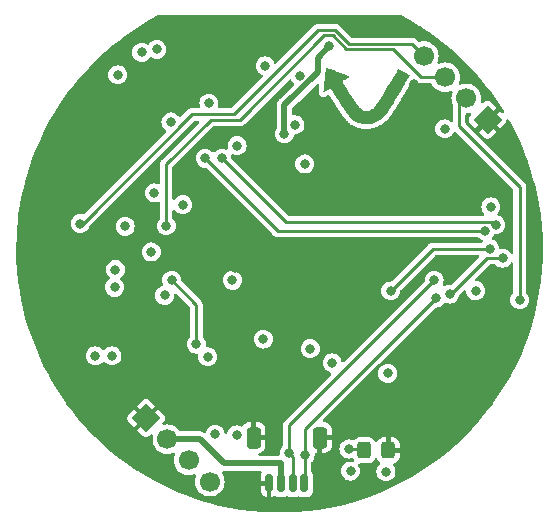
<source format=gbr>
%TF.GenerationSoftware,KiCad,Pcbnew,7.0.1*%
%TF.CreationDate,2023-11-10T16:14:48-06:00*%
%TF.ProjectId,RoundScanner,526f756e-6453-4636-916e-6e65722e6b69,1.0*%
%TF.SameCoordinates,Original*%
%TF.FileFunction,Copper,L4,Bot*%
%TF.FilePolarity,Positive*%
%FSLAX46Y46*%
G04 Gerber Fmt 4.6, Leading zero omitted, Abs format (unit mm)*
G04 Created by KiCad (PCBNEW 7.0.1) date 2023-11-10 16:14:48*
%MOMM*%
%LPD*%
G01*
G04 APERTURE LIST*
G04 Aperture macros list*
%AMRoundRect*
0 Rectangle with rounded corners*
0 $1 Rounding radius*
0 $2 $3 $4 $5 $6 $7 $8 $9 X,Y pos of 4 corners*
0 Add a 4 corners polygon primitive as box body*
4,1,4,$2,$3,$4,$5,$6,$7,$8,$9,$2,$3,0*
0 Add four circle primitives for the rounded corners*
1,1,$1+$1,$2,$3*
1,1,$1+$1,$4,$5*
1,1,$1+$1,$6,$7*
1,1,$1+$1,$8,$9*
0 Add four rect primitives between the rounded corners*
20,1,$1+$1,$2,$3,$4,$5,0*
20,1,$1+$1,$4,$5,$6,$7,0*
20,1,$1+$1,$6,$7,$8,$9,0*
20,1,$1+$1,$8,$9,$2,$3,0*%
%AMHorizOval*
0 Thick line with rounded ends*
0 $1 width*
0 $2 $3 position (X,Y) of the first rounded end (center of the circle)*
0 $4 $5 position (X,Y) of the second rounded end (center of the circle)*
0 Add line between two ends*
20,1,$1,$2,$3,$4,$5,0*
0 Add two circle primitives to create the rounded ends*
1,1,$1,$2,$3*
1,1,$1,$4,$5*%
%AMRotRect*
0 Rectangle, with rotation*
0 The origin of the aperture is its center*
0 $1 length*
0 $2 width*
0 $3 Rotation angle, in degrees counterclockwise*
0 Add horizontal line*
21,1,$1,$2,0,0,$3*%
G04 Aperture macros list end*
%TA.AperFunction,ComponentPad*%
%ADD10C,3.500000*%
%TD*%
%TA.AperFunction,ComponentPad*%
%ADD11RotRect,1.700000X1.700000X45.000000*%
%TD*%
%TA.AperFunction,ComponentPad*%
%ADD12HorizOval,1.700000X0.000000X0.000000X0.000000X0.000000X0*%
%TD*%
%TA.AperFunction,ComponentPad*%
%ADD13RotRect,1.700000X1.700000X225.000000*%
%TD*%
%TA.AperFunction,ComponentPad*%
%ADD14HorizOval,1.700000X0.000000X0.000000X0.000000X0.000000X0*%
%TD*%
%TA.AperFunction,SMDPad,CuDef*%
%ADD15RoundRect,0.250000X0.325000X0.450000X-0.325000X0.450000X-0.325000X-0.450000X0.325000X-0.450000X0*%
%TD*%
%TA.AperFunction,SMDPad,CuDef*%
%ADD16RoundRect,0.150000X-0.150000X-0.625000X0.150000X-0.625000X0.150000X0.625000X-0.150000X0.625000X0*%
%TD*%
%TA.AperFunction,SMDPad,CuDef*%
%ADD17RoundRect,0.250000X-0.350000X-0.650000X0.350000X-0.650000X0.350000X0.650000X-0.350000X0.650000X0*%
%TD*%
%TA.AperFunction,ViaPad*%
%ADD18C,0.800000*%
%TD*%
%TA.AperFunction,Conductor*%
%ADD19C,0.250000*%
%TD*%
%TA.AperFunction,Conductor*%
%ADD20C,0.500000*%
%TD*%
G04 APERTURE END LIST*
%TA.AperFunction,EtchedComponent*%
%TO.C,LOGO2*%
G36*
X93223409Y-91954100D02*
G01*
X93257075Y-91965988D01*
X93309049Y-91985091D01*
X93377392Y-92010659D01*
X93460165Y-92041940D01*
X93555430Y-92078181D01*
X93661249Y-92118631D01*
X93775682Y-92162538D01*
X93896792Y-92209151D01*
X94022639Y-92257718D01*
X94151286Y-92307487D01*
X94280793Y-92357706D01*
X94409223Y-92407624D01*
X94534637Y-92456488D01*
X94655096Y-92503548D01*
X94768661Y-92548052D01*
X94873395Y-92589247D01*
X94967359Y-92626382D01*
X95048613Y-92658705D01*
X95115221Y-92685465D01*
X95165242Y-92705909D01*
X95196739Y-92719287D01*
X95207773Y-92724846D01*
X95206878Y-92726313D01*
X95191349Y-92738428D01*
X95158479Y-92760601D01*
X95110801Y-92791221D01*
X95050849Y-92828680D01*
X94981157Y-92871365D01*
X94904261Y-92917669D01*
X94879490Y-92932503D01*
X94804659Y-92977818D01*
X94737881Y-93018998D01*
X94681680Y-93054437D01*
X94638579Y-93082529D01*
X94611101Y-93101668D01*
X94601769Y-93110246D01*
X94606604Y-93120731D01*
X94622830Y-93150481D01*
X94649190Y-93196800D01*
X94684393Y-93257530D01*
X94727153Y-93330508D01*
X94776179Y-93413576D01*
X94830184Y-93504571D01*
X94887879Y-93601335D01*
X94947975Y-93701706D01*
X95009183Y-93803524D01*
X95070214Y-93904629D01*
X95129781Y-94002860D01*
X95186594Y-94096057D01*
X95239365Y-94182059D01*
X95286805Y-94258705D01*
X95312043Y-94299143D01*
X95395837Y-94431865D01*
X95479202Y-94561682D01*
X95560444Y-94686066D01*
X95637871Y-94802488D01*
X95709790Y-94908420D01*
X95774507Y-95001335D01*
X95830331Y-95078703D01*
X95875567Y-95137996D01*
X95983037Y-95265346D01*
X96100965Y-95386620D01*
X96216222Y-95484745D01*
X96329419Y-95560001D01*
X96441162Y-95612668D01*
X96552063Y-95643025D01*
X96662728Y-95651354D01*
X96773767Y-95637935D01*
X96885788Y-95603048D01*
X96963884Y-95566796D01*
X97059300Y-95508723D01*
X97153908Y-95435007D01*
X97249226Y-95344176D01*
X97346772Y-95234758D01*
X97448064Y-95105279D01*
X97554620Y-94954267D01*
X97578182Y-94918992D01*
X97625361Y-94846831D01*
X97683085Y-94757121D01*
X97750218Y-94651704D01*
X97825621Y-94532420D01*
X97908157Y-94401111D01*
X97996688Y-94259617D01*
X98090078Y-94109779D01*
X98187188Y-93953437D01*
X98286881Y-93792432D01*
X98388020Y-93628606D01*
X98489467Y-93463799D01*
X98590085Y-93299851D01*
X98688736Y-93138605D01*
X98784283Y-92981899D01*
X98875588Y-92831576D01*
X98961515Y-92689475D01*
X99040924Y-92557439D01*
X99112680Y-92437307D01*
X99175644Y-92330920D01*
X99217119Y-92260944D01*
X99256749Y-92195135D01*
X99291060Y-92139238D01*
X99318371Y-92095961D01*
X99336998Y-92068010D01*
X99345260Y-92058092D01*
X99353030Y-92061732D01*
X99379799Y-92076210D01*
X99423511Y-92100598D01*
X99482044Y-92133689D01*
X99553280Y-92174280D01*
X99635098Y-92221165D01*
X99725378Y-92273140D01*
X99822000Y-92329000D01*
X99832140Y-92334874D01*
X99941157Y-92398100D01*
X100031259Y-92450583D01*
X100104174Y-92493453D01*
X100161627Y-92527839D01*
X100205345Y-92554870D01*
X100237054Y-92575674D01*
X100258480Y-92591381D01*
X100271351Y-92603120D01*
X100277391Y-92612018D01*
X100278328Y-92619207D01*
X100275888Y-92625813D01*
X100261510Y-92652204D01*
X100235172Y-92699491D01*
X100199425Y-92763038D01*
X100155638Y-92840453D01*
X100105178Y-92929343D01*
X100049413Y-93027315D01*
X99989711Y-93131975D01*
X99927439Y-93240932D01*
X99863965Y-93351792D01*
X99800658Y-93462162D01*
X99738884Y-93569650D01*
X99680011Y-93671862D01*
X99625408Y-93766406D01*
X99576442Y-93850889D01*
X99534480Y-93922917D01*
X99513044Y-93959553D01*
X99355164Y-94227381D01*
X99206083Y-94476520D01*
X99064243Y-94709485D01*
X98928084Y-94928791D01*
X98796048Y-95136953D01*
X98666574Y-95336486D01*
X98538103Y-95529905D01*
X98517675Y-95560220D01*
X98433490Y-95682940D01*
X98357835Y-95788930D01*
X98288011Y-95881561D01*
X98221320Y-95964204D01*
X98155064Y-96040232D01*
X98086545Y-96113014D01*
X98013065Y-96185923D01*
X97962013Y-96233745D01*
X97797976Y-96369086D01*
X97626985Y-96482476D01*
X97447171Y-96574785D01*
X97256669Y-96646881D01*
X97053610Y-96699635D01*
X96836129Y-96733914D01*
X96820901Y-96735502D01*
X96742705Y-96741037D01*
X96651349Y-96744250D01*
X96554242Y-96745143D01*
X96458787Y-96743714D01*
X96372393Y-96739965D01*
X96302465Y-96733896D01*
X96257652Y-96727882D01*
X96082974Y-96693105D01*
X95917271Y-96640815D01*
X95759128Y-96570089D01*
X95607127Y-96480006D01*
X95459851Y-96369644D01*
X95315882Y-96238082D01*
X95173803Y-96084396D01*
X95032197Y-95907667D01*
X94977659Y-95833641D01*
X94899039Y-95723004D01*
X94811498Y-95596202D01*
X94716695Y-95455846D01*
X94616291Y-95304546D01*
X94511946Y-95144913D01*
X94405319Y-94979558D01*
X94298071Y-94811092D01*
X94191860Y-94642125D01*
X94088347Y-94475268D01*
X93989192Y-94313133D01*
X93896055Y-94158329D01*
X93810595Y-94013468D01*
X93734472Y-93881160D01*
X93669347Y-93764017D01*
X93667658Y-93760930D01*
X93646088Y-93724660D01*
X93627726Y-93699033D01*
X93616387Y-93689425D01*
X93613887Y-93690265D01*
X93594021Y-93700378D01*
X93557172Y-93720747D01*
X93505975Y-93749865D01*
X93443069Y-93786222D01*
X93371089Y-93828310D01*
X93292673Y-93874620D01*
X93262106Y-93892741D01*
X93186619Y-93937335D01*
X93119078Y-93977015D01*
X93062013Y-94010310D01*
X93017957Y-94035745D01*
X92989441Y-94051847D01*
X92978996Y-94057144D01*
X92979712Y-94047140D01*
X92982730Y-94014898D01*
X92987918Y-93962061D01*
X92995100Y-93890333D01*
X93004104Y-93801419D01*
X93014754Y-93697024D01*
X93026877Y-93578854D01*
X93040298Y-93448612D01*
X93054845Y-93308005D01*
X93070343Y-93158736D01*
X93086617Y-93002511D01*
X93103350Y-92842904D01*
X93123553Y-92652639D01*
X93141596Y-92485777D01*
X93157510Y-92342047D01*
X93171329Y-92221175D01*
X93183083Y-92122891D01*
X93192805Y-92046921D01*
X93200527Y-91992993D01*
X93206280Y-91960835D01*
X93210097Y-91950174D01*
X93223409Y-91954100D01*
G37*
%TD.AperFunction*%
%TD*%
D10*
%TO.P,H2,1,1*%
%TO.N,GND*%
X72136000Y-97556000D03*
%TD*%
%TO.P,H1,1,1*%
%TO.N,GND*%
X103632000Y-115717000D03*
%TD*%
D11*
%TO.P,J4,1,Pin_1*%
%TO.N,GND*%
X106881000Y-96369000D03*
D12*
%TO.P,J4,2,Pin_2*%
%TO.N,/LED/LED_RESET*%
X105084949Y-94572949D03*
%TO.P,J4,3,Pin_3*%
%TO.N,/MCU + IO/AS7341_INT*%
X103288898Y-92776898D03*
%TO.P,J4,4,Pin_4*%
%TO.N,/ADC/DRDY_INT*%
X101492846Y-90980846D03*
%TD*%
D13*
%TO.P,J1,1,Pin_1*%
%TO.N,GND*%
X77975672Y-121628317D03*
D14*
%TO.P,J1,2,Pin_2*%
%TO.N,VCC*%
X79771723Y-123424368D03*
%TO.P,J1,3,Pin_3*%
%TO.N,SDA*%
X81567774Y-125220419D03*
%TO.P,J1,4,Pin_4*%
%TO.N,SCL*%
X83363826Y-127016471D03*
%TD*%
D15*
%TO.P,D2,1,K*%
%TO.N,GND*%
X98481000Y-124369000D03*
%TO.P,D2,2,A*%
%TO.N,Net-(D2-A)*%
X96431000Y-124369000D03*
%TD*%
D16*
%TO.P,J3,1,Pin_1*%
%TO.N,GND*%
X88381000Y-127169000D03*
%TO.P,J3,2,Pin_2*%
%TO.N,VCC*%
X89381000Y-127169000D03*
%TO.P,J3,3,Pin_3*%
%TO.N,SDA*%
X90381000Y-127169000D03*
%TO.P,J3,4,Pin_4*%
%TO.N,SCL*%
X91381000Y-127169000D03*
D17*
%TO.P,J3,MP,Pin_5*%
%TO.N,GND*%
X87081000Y-123294000D03*
X92681000Y-123294000D03*
%TD*%
D18*
%TO.N,/ADC/AIN+*%
X80081000Y-96569000D03*
X78867000Y-90424000D03*
%TO.N,SDA*%
X75381000Y-109069000D03*
X102362000Y-109982000D03*
X90081000Y-124569000D03*
X83819942Y-123004567D03*
X79536989Y-111252000D03*
%TO.N,SCL*%
X102487287Y-111476921D03*
X85641000Y-123059000D03*
X75315299Y-110569000D03*
X91440000Y-124769000D03*
%TO.N,+1V8*%
X80141999Y-109974704D03*
X82231000Y-115369000D03*
%TO.N,/MCU + IO/AS7341_INT*%
X79681000Y-105369000D03*
%TO.N,/ADC/DRDY_INT*%
X72390000Y-105169000D03*
%TO.N,/ADC/AIN2+*%
X75565000Y-92583000D03*
X98425000Y-117856000D03*
%TO.N,/ADC/AIN2-*%
X87899533Y-114950467D03*
X77597000Y-90678000D03*
%TO.N,GND*%
X105881000Y-120369000D03*
X99231000Y-89019000D03*
X104481000Y-121969000D03*
X84963000Y-116332000D03*
X87681000Y-88369000D03*
X107696000Y-98171000D03*
X85852000Y-92837000D03*
X108131000Y-109639000D03*
X99316188Y-116202812D03*
X95885000Y-89027000D03*
X102881000Y-123369000D03*
X70681000Y-117569000D03*
X81601000Y-110099000D03*
X85481000Y-106969000D03*
X76481000Y-114769000D03*
X106934000Y-115316000D03*
X106934000Y-117856000D03*
X108839000Y-99568000D03*
X97901000Y-98409000D03*
X84328000Y-88773000D03*
X85481000Y-108969000D03*
X100681000Y-93369000D03*
X73571000Y-113649000D03*
X83461000Y-106149000D03*
X73281000Y-109569000D03*
X95281000Y-127969000D03*
X79751000Y-126269000D03*
X78525250Y-116524750D03*
X85971000Y-128069000D03*
%TO.N,Net-(C2-Pad2)*%
X88048500Y-91816701D03*
X103251000Y-97155000D03*
%TO.N,Net-(D2-A)*%
X95135000Y-124257513D03*
%TO.N,Net-(U5-~{OUT0})*%
X103692257Y-111133368D03*
X108157333Y-108095500D03*
%TO.N,Net-(U5-~{OUT1})*%
X107061000Y-107315000D03*
X98681000Y-110871000D03*
%TO.N,Net-(U5-~{OUT2})*%
X106680000Y-105791000D03*
X82991000Y-99649000D03*
%TO.N,Net-(U5-~{OUT3})*%
X107569000Y-105283000D03*
X84391000Y-99629000D03*
%TO.N,/LED/LED_RESET*%
X109601000Y-111633000D03*
%TO.N,+3.3V*%
X91881000Y-115769000D03*
X90574204Y-96811500D03*
X81081000Y-103569000D03*
X76200000Y-105410000D03*
X95281000Y-126122497D03*
X73681000Y-116369000D03*
X107161501Y-103758999D03*
X93726000Y-116967000D03*
X85281000Y-109969000D03*
X75081000Y-116369000D03*
X105871000Y-110849000D03*
X83281000Y-94969000D03*
X90998812Y-92649812D03*
X91402051Y-100123252D03*
X83185000Y-116459000D03*
%TO.N,VDDA*%
X89681000Y-97569000D03*
X93481000Y-90169000D03*
X98281000Y-126169000D03*
%TO.N,Net-(U2-AVDD{slash}LDO)*%
X78681000Y-102569000D03*
X78411285Y-107574192D03*
X85681000Y-98569000D03*
%TD*%
D19*
%TO.N,SDA*%
X90416000Y-124904000D02*
X90081000Y-124569000D01*
X90081000Y-122263000D02*
X90081000Y-124569000D01*
X90416000Y-126968000D02*
X90416000Y-124904000D01*
X102362000Y-109982000D02*
X90081000Y-122263000D01*
%TO.N,SCL*%
X102487287Y-111508417D02*
X91440000Y-122555704D01*
X91440000Y-126944000D02*
X91440000Y-124769000D01*
X91440000Y-122555704D02*
X91440000Y-124769000D01*
%TO.N,+1V8*%
X82231000Y-115369000D02*
X82231000Y-112063705D01*
X82231000Y-112063705D02*
X80141999Y-109974704D01*
%TO.N,/MCU + IO/AS7341_INT*%
X85928518Y-96393000D02*
X83439000Y-96393000D01*
X98903499Y-90394499D02*
X94931097Y-90394499D01*
X93077018Y-89244500D02*
X85928518Y-96393000D01*
X93781098Y-89244500D02*
X93077018Y-89244500D01*
X79681000Y-100151000D02*
X79681000Y-105369000D01*
X83439000Y-96393000D02*
X79681000Y-100151000D01*
X94931097Y-90394499D02*
X93781098Y-89244500D01*
X103288898Y-92776898D02*
X101285898Y-92776898D01*
X101285898Y-92776898D02*
X98903499Y-90394499D01*
%TO.N,/ADC/DRDY_INT*%
X100456844Y-89944844D02*
X95117132Y-89944844D01*
X93967287Y-88794999D02*
X92555001Y-88794999D01*
X95117132Y-89944844D02*
X93967287Y-88794999D01*
X72631000Y-105169000D02*
X72390000Y-105169000D01*
X85431000Y-95919000D02*
X81881000Y-95919000D01*
X92555001Y-88794999D02*
X85431000Y-95919000D01*
X101492846Y-90980846D02*
X100456844Y-89944844D01*
X81881000Y-95919000D02*
X72631000Y-105169000D01*
%TO.N,GND*%
X98561000Y-124460000D02*
X99695000Y-124460000D01*
X99695000Y-124460000D02*
X100203000Y-123952000D01*
%TO.N,Net-(D2-A)*%
X96308513Y-124257513D02*
X95135000Y-124257513D01*
%TO.N,Net-(U5-~{OUT0})*%
X108157333Y-108095500D02*
X106854500Y-108095500D01*
X103816632Y-111133368D02*
X103692257Y-111133368D01*
X106854500Y-108095500D02*
X103816632Y-111133368D01*
%TO.N,Net-(U5-~{OUT1})*%
X102237000Y-107315000D02*
X98681000Y-110871000D01*
X107061000Y-107315000D02*
X102237000Y-107315000D01*
%TO.N,Net-(U5-~{OUT2})*%
X106680000Y-105791000D02*
X89133000Y-105791000D01*
X89133000Y-105791000D02*
X82991000Y-99649000D01*
%TO.N,Net-(U5-~{OUT3})*%
X107569000Y-105283000D02*
X107329501Y-105043501D01*
X89805501Y-105043501D02*
X84391000Y-99629000D01*
X107329501Y-105043501D02*
X89805501Y-105043501D01*
%TO.N,/LED/LED_RESET*%
X104481000Y-95176898D02*
X105084949Y-94572949D01*
X109601000Y-111633000D02*
X109601000Y-102031439D01*
X104481000Y-96911439D02*
X104481000Y-95176898D01*
X109601000Y-102031439D02*
X104481000Y-96911439D01*
D20*
%TO.N,VCC*%
X89408000Y-125476000D02*
X84588000Y-125476000D01*
X89408000Y-126960000D02*
X89408000Y-125476000D01*
X84588000Y-125476000D02*
X82536368Y-123424368D01*
X82536368Y-123424368D02*
X79771723Y-123424368D01*
%TO.N,VDDA*%
X89681000Y-97569000D02*
X89681000Y-95169000D01*
X92528996Y-91121004D02*
X93481000Y-90169000D01*
X89681000Y-95169000D02*
X92528996Y-92321004D01*
X92528996Y-92321004D02*
X92528996Y-91121004D01*
%TD*%
%TA.AperFunction,Conductor*%
%TO.N,GND*%
G36*
X99566090Y-87550735D02*
G01*
X100317457Y-87958163D01*
X100322025Y-87960765D01*
X101120923Y-88438402D01*
X101125398Y-88441206D01*
X101790151Y-88877522D01*
X101903552Y-88951953D01*
X101907902Y-88954942D01*
X102564795Y-89426697D01*
X102663881Y-89497857D01*
X102668111Y-89501030D01*
X103400713Y-90075252D01*
X103404777Y-90078578D01*
X104112592Y-90683001D01*
X104116537Y-90686516D01*
X104785131Y-91307816D01*
X104798369Y-91320118D01*
X104802167Y-91323799D01*
X105444440Y-91972958D01*
X105456801Y-91985451D01*
X105460440Y-91989287D01*
X106086735Y-92677835D01*
X106090187Y-92681795D01*
X106417591Y-93073587D01*
X106687041Y-93396029D01*
X106690347Y-93400158D01*
X107256697Y-94138807D01*
X107259826Y-94143071D01*
X107782976Y-94888172D01*
X107794664Y-94904818D01*
X107797612Y-94909210D01*
X108255765Y-95623729D01*
X108275269Y-95681364D01*
X108265490Y-95741420D01*
X108228707Y-95789890D01*
X108173500Y-95815471D01*
X108112742Y-95812199D01*
X108060602Y-95780835D01*
X107906305Y-95626538D01*
X107906304Y-95626538D01*
X107163843Y-96369000D01*
X107163843Y-96369001D01*
X107906303Y-97111461D01*
X107906305Y-97111461D01*
X108388179Y-96629586D01*
X108443927Y-96552858D01*
X108485092Y-96426166D01*
X108514820Y-96377027D01*
X108563269Y-96346187D01*
X108620372Y-96340052D01*
X108674266Y-96359898D01*
X108713754Y-96401601D01*
X108728088Y-96426166D01*
X108771861Y-96501187D01*
X108774422Y-96505796D01*
X109209347Y-97328694D01*
X109211720Y-97333421D01*
X109611731Y-98173857D01*
X109613903Y-98178679D01*
X109978289Y-99035158D01*
X109980257Y-99040068D01*
X110151046Y-99493436D01*
X110300822Y-99891025D01*
X110308376Y-99911076D01*
X110310131Y-99916049D01*
X110393513Y-100169109D01*
X110601408Y-100800065D01*
X110602958Y-100805122D01*
X110856887Y-101700618D01*
X110858222Y-101705736D01*
X111074333Y-102611040D01*
X111075453Y-102616209D01*
X111253386Y-103529815D01*
X111254288Y-103535027D01*
X111393719Y-104455275D01*
X111394402Y-104460519D01*
X111495095Y-105385857D01*
X111495556Y-105391126D01*
X111557323Y-106319829D01*
X111557563Y-106325113D01*
X111580301Y-107255579D01*
X111580320Y-107260868D01*
X111563988Y-108191516D01*
X111563784Y-108196801D01*
X111508410Y-109125929D01*
X111507984Y-109131201D01*
X111413668Y-110057158D01*
X111413022Y-110062407D01*
X111279927Y-110983613D01*
X111279061Y-110988831D01*
X111107423Y-111903630D01*
X111106339Y-111908807D01*
X110896455Y-112815624D01*
X110895154Y-112820750D01*
X110647414Y-113717909D01*
X110645900Y-113722977D01*
X110360708Y-114609000D01*
X110358982Y-114614000D01*
X110036871Y-115487239D01*
X110034937Y-115492161D01*
X109676454Y-116351131D01*
X109674315Y-116355968D01*
X109280107Y-117199120D01*
X109277767Y-117203864D01*
X108848508Y-118029755D01*
X108845971Y-118034395D01*
X108382443Y-118841522D01*
X108379713Y-118846053D01*
X107882703Y-119633042D01*
X107879785Y-119637453D01*
X107350215Y-120402847D01*
X107347115Y-120407133D01*
X106785864Y-121149663D01*
X106782587Y-121153814D01*
X106190682Y-121872118D01*
X106187234Y-121876128D01*
X105565694Y-122568972D01*
X105562080Y-122572834D01*
X104912028Y-123238965D01*
X104908256Y-123242672D01*
X104230808Y-123880948D01*
X104226883Y-123884494D01*
X103523236Y-124493785D01*
X103519165Y-124497162D01*
X102790581Y-125076374D01*
X102786373Y-125079578D01*
X102034120Y-125627706D01*
X102029781Y-125630730D01*
X101255201Y-126146796D01*
X101250739Y-126149636D01*
X100455168Y-126632749D01*
X100450590Y-126635399D01*
X99635429Y-127084707D01*
X99630745Y-127087162D01*
X98797478Y-127501849D01*
X98792694Y-127504106D01*
X97942732Y-127883468D01*
X97937859Y-127885521D01*
X97072755Y-128228868D01*
X97067799Y-128230716D01*
X96189017Y-128537464D01*
X96183987Y-128539102D01*
X95293116Y-128808696D01*
X95288023Y-128810121D01*
X94386644Y-129042085D01*
X94381495Y-129043296D01*
X93471138Y-129237235D01*
X93465944Y-129238228D01*
X92548266Y-129393789D01*
X92543033Y-129394563D01*
X91619643Y-129511472D01*
X91614383Y-129512026D01*
X90686901Y-129590080D01*
X90681623Y-129590413D01*
X89751672Y-129629476D01*
X89746384Y-129629587D01*
X88815616Y-129629587D01*
X88810328Y-129629476D01*
X87880376Y-129590413D01*
X87875098Y-129590080D01*
X86947616Y-129512026D01*
X86942356Y-129511472D01*
X86018966Y-129394563D01*
X86013733Y-129393789D01*
X85096055Y-129238228D01*
X85090861Y-129237235D01*
X84180504Y-129043296D01*
X84175355Y-129042085D01*
X83273976Y-128810121D01*
X83268883Y-128808696D01*
X82378012Y-128539102D01*
X82372982Y-128537464D01*
X81494200Y-128230716D01*
X81489244Y-128228868D01*
X80624140Y-127885521D01*
X80619267Y-127883468D01*
X79769305Y-127504106D01*
X79764521Y-127501849D01*
X78931254Y-127087162D01*
X78926570Y-127084707D01*
X78111409Y-126635399D01*
X78106831Y-126632749D01*
X77561762Y-126301754D01*
X77311257Y-126149634D01*
X77306798Y-126146796D01*
X77214987Y-126085627D01*
X76616173Y-125686665D01*
X76532218Y-125630730D01*
X76527879Y-125627706D01*
X75775626Y-125079578D01*
X75771418Y-125076374D01*
X75042834Y-124497162D01*
X75038776Y-124493795D01*
X74335109Y-123884487D01*
X74331191Y-123880948D01*
X74313801Y-123864564D01*
X73653743Y-123242672D01*
X73649971Y-123238965D01*
X73347656Y-122929172D01*
X72999914Y-122572828D01*
X72996305Y-122568972D01*
X72985330Y-122556738D01*
X72374749Y-121876110D01*
X72371333Y-121872136D01*
X72222624Y-121691671D01*
X76373590Y-121691671D01*
X76412745Y-121812177D01*
X76468486Y-121888898D01*
X76950366Y-122370778D01*
X77692829Y-121628317D01*
X77692829Y-121628316D01*
X76950368Y-120885855D01*
X76950367Y-120885855D01*
X76468489Y-121367734D01*
X76412744Y-121444458D01*
X76373590Y-121564962D01*
X76373590Y-121691671D01*
X72222624Y-121691671D01*
X71779408Y-121153809D01*
X71776135Y-121149663D01*
X71362943Y-120603013D01*
X77233210Y-120603013D01*
X77975671Y-121345474D01*
X77975672Y-121345474D01*
X78718133Y-120603012D01*
X78236254Y-120121134D01*
X78159530Y-120065389D01*
X78039027Y-120026235D01*
X77912318Y-120026235D01*
X77791811Y-120065390D01*
X77715086Y-120121134D01*
X77233210Y-120603011D01*
X77233210Y-120603013D01*
X71362943Y-120603013D01*
X71214871Y-120407115D01*
X71211797Y-120402866D01*
X70682200Y-119637432D01*
X70679309Y-119633062D01*
X70182268Y-118846023D01*
X70179574Y-118841552D01*
X69716013Y-118034368D01*
X69713505Y-118029782D01*
X69284229Y-117203858D01*
X69281892Y-117199120D01*
X69260968Y-117154367D01*
X68893777Y-116369000D01*
X72875435Y-116369000D01*
X72895632Y-116548257D01*
X72955210Y-116718521D01*
X73051184Y-116871263D01*
X73178736Y-116998815D01*
X73178738Y-116998816D01*
X73331478Y-117094789D01*
X73501745Y-117154368D01*
X73681000Y-117174565D01*
X73860255Y-117154368D01*
X74030522Y-117094789D01*
X74183262Y-116998816D01*
X74220816Y-116961262D01*
X74291905Y-116890174D01*
X74348389Y-116857562D01*
X74413611Y-116857562D01*
X74470095Y-116890174D01*
X74578736Y-116998815D01*
X74578738Y-116998816D01*
X74731478Y-117094789D01*
X74901745Y-117154368D01*
X75081000Y-117174565D01*
X75260255Y-117154368D01*
X75430522Y-117094789D01*
X75583262Y-116998816D01*
X75710816Y-116871262D01*
X75806789Y-116718522D01*
X75866368Y-116548255D01*
X75886565Y-116369000D01*
X75866368Y-116189745D01*
X75806789Y-116019478D01*
X75762037Y-115948255D01*
X75710815Y-115866736D01*
X75583263Y-115739184D01*
X75430521Y-115643210D01*
X75260257Y-115583632D01*
X75081000Y-115563435D01*
X74901742Y-115583632D01*
X74731478Y-115643210D01*
X74578736Y-115739184D01*
X74470095Y-115847826D01*
X74413611Y-115880438D01*
X74348389Y-115880438D01*
X74291905Y-115847826D01*
X74183263Y-115739184D01*
X74030521Y-115643210D01*
X73860257Y-115583632D01*
X73681000Y-115563435D01*
X73501742Y-115583632D01*
X73331478Y-115643210D01*
X73178736Y-115739184D01*
X73051184Y-115866736D01*
X72955210Y-116019478D01*
X72895632Y-116189742D01*
X72875435Y-116369000D01*
X68893777Y-116369000D01*
X68887680Y-116355959D01*
X68885545Y-116351131D01*
X68879724Y-116337184D01*
X68527058Y-115492151D01*
X68525138Y-115487264D01*
X68203000Y-114613952D01*
X68201302Y-114609032D01*
X67916090Y-113722948D01*
X67914594Y-113717940D01*
X67666844Y-112820749D01*
X67665544Y-112815624D01*
X67455660Y-111908807D01*
X67454576Y-111903630D01*
X67408184Y-111656367D01*
X67282934Y-110988810D01*
X67282072Y-110983613D01*
X67263763Y-110856892D01*
X67222169Y-110569000D01*
X74509734Y-110569000D01*
X74529931Y-110748257D01*
X74589509Y-110918521D01*
X74685483Y-111071263D01*
X74813035Y-111198815D01*
X74965777Y-111294789D01*
X75127167Y-111351262D01*
X75136044Y-111354368D01*
X75315299Y-111374565D01*
X75494554Y-111354368D01*
X75664821Y-111294789D01*
X75732921Y-111251999D01*
X78731424Y-111251999D01*
X78751621Y-111431257D01*
X78811199Y-111601521D01*
X78907173Y-111754263D01*
X79034725Y-111881815D01*
X79187467Y-111977789D01*
X79277977Y-112009460D01*
X79357734Y-112037368D01*
X79536989Y-112057565D01*
X79716244Y-112037368D01*
X79886511Y-111977789D01*
X80039251Y-111881816D01*
X80166805Y-111754262D01*
X80262778Y-111601522D01*
X80322357Y-111431255D01*
X80342554Y-111252000D01*
X80340513Y-111233890D01*
X80348778Y-111172878D01*
X80384970Y-111123063D01*
X80440446Y-111096347D01*
X80501958Y-111099109D01*
X80554816Y-111130691D01*
X81668595Y-112244470D01*
X81695909Y-112285347D01*
X81705500Y-112333565D01*
X81705500Y-114710232D01*
X81695909Y-114758450D01*
X81668597Y-114799324D01*
X81601183Y-114866738D01*
X81601183Y-114866739D01*
X81505210Y-115019478D01*
X81445632Y-115189742D01*
X81425435Y-115368999D01*
X81445632Y-115548257D01*
X81505210Y-115718521D01*
X81601184Y-115871263D01*
X81728736Y-115998815D01*
X81728738Y-115998816D01*
X81881478Y-116094789D01*
X82051745Y-116154368D01*
X82231000Y-116174565D01*
X82256797Y-116171658D01*
X82312518Y-116177935D01*
X82359999Y-116207768D01*
X82389834Y-116255249D01*
X82396113Y-116310972D01*
X82379435Y-116458999D01*
X82399632Y-116638257D01*
X82459210Y-116808521D01*
X82555184Y-116961263D01*
X82682736Y-117088815D01*
X82774155Y-117146257D01*
X82835478Y-117184789D01*
X83005745Y-117244368D01*
X83185000Y-117264565D01*
X83364255Y-117244368D01*
X83534522Y-117184789D01*
X83687262Y-117088816D01*
X83814816Y-116961262D01*
X83910789Y-116808522D01*
X83970368Y-116638255D01*
X83990565Y-116459000D01*
X83970368Y-116279745D01*
X83961796Y-116255249D01*
X83910789Y-116109478D01*
X83814815Y-115956736D01*
X83687263Y-115829184D01*
X83591481Y-115769000D01*
X91075435Y-115769000D01*
X91095632Y-115948257D01*
X91155210Y-116118521D01*
X91251184Y-116271263D01*
X91378736Y-116398815D01*
X91474520Y-116459000D01*
X91531478Y-116494789D01*
X91701745Y-116554368D01*
X91881000Y-116574565D01*
X92060255Y-116554368D01*
X92230522Y-116494789D01*
X92383262Y-116398816D01*
X92510816Y-116271262D01*
X92606789Y-116118522D01*
X92666368Y-115948255D01*
X92686565Y-115769000D01*
X92666368Y-115589745D01*
X92606789Y-115419478D01*
X92531709Y-115299989D01*
X92510815Y-115266736D01*
X92383263Y-115139184D01*
X92230521Y-115043210D01*
X92060257Y-114983632D01*
X91881000Y-114963435D01*
X91701742Y-114983632D01*
X91531478Y-115043210D01*
X91378736Y-115139184D01*
X91251184Y-115266736D01*
X91155210Y-115419478D01*
X91095632Y-115589742D01*
X91075435Y-115769000D01*
X83591481Y-115769000D01*
X83534521Y-115733210D01*
X83364257Y-115673632D01*
X83244751Y-115660167D01*
X83185000Y-115653435D01*
X83184999Y-115653435D01*
X83174994Y-115654562D01*
X83159200Y-115656341D01*
X83103478Y-115650063D01*
X83055998Y-115620229D01*
X83026165Y-115572749D01*
X83019886Y-115517029D01*
X83036565Y-115369000D01*
X83016368Y-115189745D01*
X82956789Y-115019478D01*
X82913426Y-114950466D01*
X87093968Y-114950466D01*
X87114165Y-115129724D01*
X87173743Y-115299988D01*
X87269717Y-115452730D01*
X87397269Y-115580282D01*
X87497419Y-115643210D01*
X87550011Y-115676256D01*
X87720278Y-115735835D01*
X87899533Y-115756032D01*
X88078788Y-115735835D01*
X88249055Y-115676256D01*
X88401795Y-115580283D01*
X88529349Y-115452729D01*
X88625322Y-115299989D01*
X88684901Y-115129722D01*
X88705098Y-114950467D01*
X88684901Y-114771212D01*
X88625322Y-114600945D01*
X88529349Y-114448205D01*
X88529348Y-114448203D01*
X88401796Y-114320651D01*
X88249054Y-114224677D01*
X88078790Y-114165099D01*
X87899533Y-114144902D01*
X87720275Y-114165099D01*
X87550011Y-114224677D01*
X87397269Y-114320651D01*
X87269717Y-114448203D01*
X87173743Y-114600945D01*
X87114165Y-114771209D01*
X87093968Y-114950466D01*
X82913426Y-114950466D01*
X82860816Y-114866738D01*
X82793402Y-114799324D01*
X82766091Y-114758450D01*
X82756500Y-114710232D01*
X82756500Y-112074854D01*
X82756573Y-112070553D01*
X82756637Y-112068656D01*
X82758660Y-112009460D01*
X82749463Y-111971724D01*
X82747057Y-111959060D01*
X82741771Y-111920594D01*
X82740964Y-111918736D01*
X82735207Y-111905483D01*
X82728358Y-111885117D01*
X82727554Y-111881816D01*
X82724458Y-111869111D01*
X82705425Y-111835263D01*
X82699692Y-111823720D01*
X82684219Y-111788096D01*
X82684217Y-111788093D01*
X82673820Y-111775313D01*
X82661731Y-111757551D01*
X82653659Y-111743195D01*
X82653658Y-111743194D01*
X82626195Y-111715731D01*
X82617559Y-111706161D01*
X82593055Y-111676041D01*
X82593054Y-111676040D01*
X82579583Y-111666531D01*
X82563157Y-111652693D01*
X80984151Y-110073687D01*
X80954315Y-110026201D01*
X80950093Y-109988706D01*
X80949153Y-109988812D01*
X80947563Y-109974706D01*
X80947564Y-109974704D01*
X80946921Y-109969000D01*
X84475435Y-109969000D01*
X84495632Y-110148257D01*
X84555210Y-110318521D01*
X84651184Y-110471263D01*
X84778736Y-110598815D01*
X84931478Y-110694789D01*
X85088507Y-110749736D01*
X85101745Y-110754368D01*
X85281000Y-110774565D01*
X85460255Y-110754368D01*
X85630522Y-110694789D01*
X85783262Y-110598816D01*
X85910816Y-110471262D01*
X86006789Y-110318522D01*
X86066368Y-110148255D01*
X86086565Y-109969000D01*
X86066368Y-109789745D01*
X86006789Y-109619478D01*
X86006788Y-109619477D01*
X85910815Y-109466736D01*
X85783263Y-109339184D01*
X85630521Y-109243210D01*
X85460257Y-109183632D01*
X85281000Y-109163435D01*
X85101742Y-109183632D01*
X84931478Y-109243210D01*
X84778736Y-109339184D01*
X84651184Y-109466736D01*
X84555210Y-109619478D01*
X84495632Y-109789742D01*
X84475435Y-109969000D01*
X80946921Y-109969000D01*
X80927367Y-109795449D01*
X80867788Y-109625182D01*
X80864204Y-109619478D01*
X80771814Y-109472440D01*
X80644262Y-109344888D01*
X80491520Y-109248914D01*
X80321256Y-109189336D01*
X80141999Y-109169139D01*
X79962741Y-109189336D01*
X79792477Y-109248914D01*
X79639735Y-109344888D01*
X79512183Y-109472440D01*
X79416209Y-109625182D01*
X79356631Y-109795446D01*
X79336434Y-109974703D01*
X79356631Y-110153961D01*
X79412610Y-110313939D01*
X79417484Y-110378979D01*
X79389186Y-110437742D01*
X79335297Y-110474483D01*
X79187466Y-110526211D01*
X79034725Y-110622184D01*
X78907173Y-110749736D01*
X78811199Y-110902478D01*
X78751621Y-111072742D01*
X78731424Y-111251999D01*
X75732921Y-111251999D01*
X75817561Y-111198816D01*
X75945115Y-111071262D01*
X76041088Y-110918522D01*
X76100667Y-110748255D01*
X76120864Y-110569000D01*
X76100667Y-110389745D01*
X76041088Y-110219478D01*
X75994422Y-110145210D01*
X75945114Y-110066736D01*
X75807523Y-109929145D01*
X75810177Y-109926490D01*
X75785691Y-109900594D01*
X75769967Y-109839644D01*
X75785688Y-109778693D01*
X75828930Y-109732955D01*
X75883262Y-109698816D01*
X76010816Y-109571262D01*
X76106789Y-109418522D01*
X76166368Y-109248255D01*
X76186565Y-109069000D01*
X76166368Y-108889745D01*
X76163261Y-108880867D01*
X76106789Y-108719478D01*
X76010815Y-108566736D01*
X75883263Y-108439184D01*
X75730521Y-108343210D01*
X75560257Y-108283632D01*
X75381000Y-108263435D01*
X75201742Y-108283632D01*
X75031478Y-108343210D01*
X74878736Y-108439184D01*
X74751184Y-108566736D01*
X74655210Y-108719478D01*
X74595632Y-108889742D01*
X74575435Y-109069000D01*
X74595632Y-109248257D01*
X74655210Y-109418521D01*
X74751184Y-109571263D01*
X74888776Y-109708855D01*
X74886119Y-109711511D01*
X74910588Y-109737371D01*
X74926331Y-109798328D01*
X74910617Y-109859293D01*
X74867368Y-109905045D01*
X74813033Y-109939186D01*
X74685483Y-110066736D01*
X74589509Y-110219478D01*
X74529931Y-110389742D01*
X74509734Y-110569000D01*
X67222169Y-110569000D01*
X67148974Y-110062389D01*
X67148331Y-110057158D01*
X67147635Y-110050323D01*
X67054013Y-109131181D01*
X67053589Y-109125929D01*
X66998213Y-108196770D01*
X66998012Y-108191547D01*
X66987178Y-107574192D01*
X77605720Y-107574192D01*
X77625917Y-107753449D01*
X77685495Y-107923713D01*
X77781469Y-108076455D01*
X77909021Y-108204007D01*
X77909023Y-108204008D01*
X78061763Y-108299981D01*
X78232030Y-108359560D01*
X78411285Y-108379757D01*
X78590540Y-108359560D01*
X78760807Y-108299981D01*
X78913547Y-108204008D01*
X79041101Y-108076454D01*
X79137074Y-107923714D01*
X79196653Y-107753447D01*
X79216850Y-107574192D01*
X79196653Y-107394937D01*
X79137074Y-107224670D01*
X79041101Y-107071930D01*
X79041100Y-107071928D01*
X78913548Y-106944376D01*
X78760806Y-106848402D01*
X78590542Y-106788824D01*
X78411285Y-106768627D01*
X78232027Y-106788824D01*
X78061763Y-106848402D01*
X77909021Y-106944376D01*
X77781469Y-107071928D01*
X77685495Y-107224670D01*
X77625917Y-107394934D01*
X77605720Y-107574192D01*
X66987178Y-107574192D01*
X66981679Y-107260864D01*
X66981698Y-107255579D01*
X66983120Y-107197392D01*
X67004436Y-106325099D01*
X67004676Y-106319829D01*
X67004776Y-106318332D01*
X67066444Y-105391106D01*
X67066904Y-105385857D01*
X67067724Y-105378323D01*
X67090502Y-105169000D01*
X71584435Y-105169000D01*
X71604632Y-105348257D01*
X71664210Y-105518521D01*
X71760184Y-105671263D01*
X71887736Y-105798815D01*
X71887738Y-105798816D01*
X72040478Y-105894789D01*
X72210745Y-105954368D01*
X72390000Y-105974565D01*
X72569255Y-105954368D01*
X72739522Y-105894789D01*
X72892262Y-105798816D01*
X73019816Y-105671262D01*
X73097105Y-105548257D01*
X73115788Y-105518524D01*
X73115789Y-105518521D01*
X73153762Y-105409999D01*
X75394435Y-105409999D01*
X75414632Y-105589257D01*
X75474210Y-105759521D01*
X75570184Y-105912263D01*
X75697736Y-106039815D01*
X75850478Y-106135789D01*
X75961290Y-106174564D01*
X76020745Y-106195368D01*
X76200000Y-106215565D01*
X76379255Y-106195368D01*
X76549522Y-106135789D01*
X76702262Y-106039816D01*
X76829816Y-105912262D01*
X76925789Y-105759522D01*
X76985368Y-105589255D01*
X77005565Y-105410000D01*
X76985368Y-105230745D01*
X76971021Y-105189745D01*
X76925789Y-105060478D01*
X76829815Y-104907736D01*
X76702263Y-104780184D01*
X76549521Y-104684210D01*
X76379257Y-104624632D01*
X76200000Y-104604435D01*
X76020742Y-104624632D01*
X75850478Y-104684210D01*
X75697736Y-104780184D01*
X75570184Y-104907736D01*
X75474210Y-105060478D01*
X75414632Y-105230742D01*
X75394435Y-105409999D01*
X73153762Y-105409999D01*
X73155349Y-105405463D01*
X73185180Y-105357988D01*
X82061763Y-96481405D01*
X82102641Y-96454091D01*
X82150859Y-96444500D01*
X82340141Y-96444500D01*
X82397344Y-96458233D01*
X82442077Y-96496439D01*
X82464590Y-96550789D01*
X82459974Y-96609436D01*
X82429236Y-96659595D01*
X79317303Y-99771526D01*
X79314211Y-99774515D01*
X79269532Y-99816242D01*
X79249356Y-99849421D01*
X79242099Y-99860082D01*
X79218635Y-99891024D01*
X79212590Y-99906354D01*
X79203037Y-99925588D01*
X79194473Y-99939672D01*
X79183999Y-99977054D01*
X79179888Y-99989280D01*
X79165640Y-100025411D01*
X79163955Y-100041802D01*
X79159946Y-100062899D01*
X79155500Y-100078771D01*
X79155500Y-100117606D01*
X79154839Y-100130491D01*
X79150868Y-100169109D01*
X79153668Y-100185345D01*
X79155500Y-100206752D01*
X79155500Y-101709363D01*
X79141444Y-101767195D01*
X79102412Y-101812124D01*
X79047113Y-101834126D01*
X78987886Y-101828292D01*
X78860255Y-101783632D01*
X78681000Y-101763435D01*
X78501742Y-101783632D01*
X78331478Y-101843210D01*
X78178736Y-101939184D01*
X78051184Y-102066736D01*
X77955210Y-102219478D01*
X77895632Y-102389742D01*
X77875435Y-102569000D01*
X77895632Y-102748257D01*
X77955210Y-102918521D01*
X78051184Y-103071263D01*
X78178736Y-103198815D01*
X78331478Y-103294789D01*
X78420319Y-103325876D01*
X78501745Y-103354368D01*
X78681000Y-103374565D01*
X78860255Y-103354368D01*
X78987886Y-103309707D01*
X79047113Y-103303874D01*
X79102412Y-103325876D01*
X79141444Y-103370805D01*
X79155500Y-103428637D01*
X79155500Y-104710232D01*
X79145909Y-104758450D01*
X79118597Y-104799324D01*
X79051183Y-104866738D01*
X79051183Y-104866739D01*
X78955210Y-105019478D01*
X78895632Y-105189742D01*
X78895632Y-105189745D01*
X78875435Y-105369000D01*
X78877334Y-105385857D01*
X78895632Y-105548257D01*
X78955210Y-105718521D01*
X79051184Y-105871263D01*
X79178736Y-105998815D01*
X79178738Y-105998816D01*
X79331478Y-106094789D01*
X79501745Y-106154368D01*
X79681000Y-106174565D01*
X79860255Y-106154368D01*
X80030522Y-106094789D01*
X80183262Y-105998816D01*
X80310816Y-105871262D01*
X80406789Y-105718522D01*
X80466368Y-105548255D01*
X80486565Y-105369000D01*
X80466368Y-105189745D01*
X80406789Y-105019478D01*
X80310816Y-104866738D01*
X80243402Y-104799324D01*
X80216091Y-104758450D01*
X80206500Y-104710232D01*
X80206500Y-104119205D01*
X80222913Y-104057023D01*
X80267875Y-104011040D01*
X80329673Y-103993237D01*
X80392208Y-104008250D01*
X80439188Y-104052170D01*
X80451186Y-104071265D01*
X80578736Y-104198815D01*
X80678120Y-104261262D01*
X80731478Y-104294789D01*
X80901745Y-104354368D01*
X81081000Y-104374565D01*
X81260255Y-104354368D01*
X81430522Y-104294789D01*
X81583262Y-104198816D01*
X81710816Y-104071262D01*
X81806789Y-103918522D01*
X81866368Y-103748255D01*
X81886565Y-103569000D01*
X81866368Y-103389745D01*
X81806789Y-103219478D01*
X81793806Y-103198815D01*
X81710815Y-103066736D01*
X81583263Y-102939184D01*
X81430521Y-102843210D01*
X81260257Y-102783632D01*
X81081000Y-102763435D01*
X80901742Y-102783632D01*
X80731478Y-102843210D01*
X80578736Y-102939184D01*
X80451186Y-103066734D01*
X80439188Y-103085830D01*
X80392208Y-103129750D01*
X80329673Y-103144763D01*
X80267875Y-103126960D01*
X80222913Y-103080977D01*
X80206500Y-103018795D01*
X80206500Y-100420860D01*
X80216091Y-100372642D01*
X80243405Y-100331765D01*
X83619765Y-96955405D01*
X83660642Y-96928091D01*
X83708860Y-96918500D01*
X85917369Y-96918500D01*
X85921670Y-96918573D01*
X85923634Y-96918640D01*
X85982763Y-96920660D01*
X86020497Y-96911463D01*
X86033139Y-96909060D01*
X86071629Y-96903771D01*
X86086745Y-96897204D01*
X86107107Y-96890356D01*
X86123112Y-96886457D01*
X86156968Y-96867419D01*
X86168497Y-96861694D01*
X86204127Y-96846219D01*
X86216913Y-96835816D01*
X86234660Y-96823737D01*
X86249030Y-96815658D01*
X86276493Y-96788193D01*
X86286065Y-96779556D01*
X86295848Y-96771597D01*
X86316183Y-96755054D01*
X86325688Y-96741586D01*
X86339522Y-96725164D01*
X90081167Y-92983519D01*
X90128645Y-92953687D01*
X90184367Y-92947408D01*
X90237296Y-92965929D01*
X90276947Y-93005580D01*
X90368996Y-93152075D01*
X90484392Y-93267471D01*
X90517004Y-93323955D01*
X90517004Y-93389177D01*
X90484392Y-93445661D01*
X89281642Y-94648410D01*
X89264947Y-94661787D01*
X89215164Y-94714800D01*
X89212414Y-94717638D01*
X89192088Y-94737964D01*
X89189439Y-94741380D01*
X89181742Y-94750391D01*
X89150551Y-94783607D01*
X89140404Y-94802065D01*
X89129554Y-94818583D01*
X89116638Y-94835235D01*
X89098546Y-94877042D01*
X89093326Y-94887697D01*
X89071372Y-94927631D01*
X89066130Y-94948048D01*
X89059728Y-94966746D01*
X89051364Y-94986075D01*
X89044237Y-95031069D01*
X89041831Y-95042689D01*
X89030500Y-95086823D01*
X89030500Y-95107885D01*
X89028949Y-95127596D01*
X89025653Y-95148405D01*
X89029941Y-95193765D01*
X89030500Y-95205623D01*
X89030500Y-97063357D01*
X89011187Y-97130392D01*
X89001880Y-97145204D01*
X88955210Y-97219478D01*
X88895632Y-97389742D01*
X88875435Y-97569000D01*
X88895632Y-97748257D01*
X88955210Y-97918521D01*
X89051184Y-98071263D01*
X89178736Y-98198815D01*
X89178738Y-98198816D01*
X89331478Y-98294789D01*
X89501745Y-98354368D01*
X89681000Y-98374565D01*
X89860255Y-98354368D01*
X90030522Y-98294789D01*
X90183262Y-98198816D01*
X90310816Y-98071262D01*
X90406789Y-97918522D01*
X90466368Y-97748255D01*
X90468702Y-97727531D01*
X90487222Y-97674605D01*
X90526874Y-97634954D01*
X90579798Y-97616434D01*
X90753459Y-97596868D01*
X90923726Y-97537289D01*
X91076466Y-97441316D01*
X91204020Y-97313762D01*
X91299993Y-97161022D01*
X91359572Y-96990755D01*
X91379769Y-96811500D01*
X91359572Y-96632245D01*
X91329947Y-96547583D01*
X91299993Y-96461978D01*
X91204019Y-96309236D01*
X91076467Y-96181684D01*
X90923725Y-96085710D01*
X90753461Y-96026132D01*
X90633955Y-96012667D01*
X90574204Y-96005935D01*
X90574203Y-96005935D01*
X90537455Y-96010075D01*
X90471606Y-96017494D01*
X90402830Y-96005809D01*
X90350813Y-95959323D01*
X90331500Y-95892287D01*
X90331500Y-95490636D01*
X90341091Y-95442418D01*
X90368405Y-95401541D01*
X90881774Y-94888172D01*
X92423236Y-93346708D01*
X92475862Y-93315198D01*
X92537133Y-93312271D01*
X92592526Y-93338622D01*
X92628911Y-93388007D01*
X92637665Y-93448721D01*
X92632645Y-93497435D01*
X92632605Y-93497661D01*
X92628494Y-93537722D01*
X92628489Y-93537770D01*
X92624321Y-93578223D01*
X92624315Y-93578453D01*
X92620510Y-93615541D01*
X92620457Y-93615840D01*
X92616410Y-93655512D01*
X92616410Y-93655514D01*
X92615749Y-93661954D01*
X92612162Y-93696916D01*
X92612154Y-93697218D01*
X92609855Y-93719762D01*
X92609785Y-93720145D01*
X92605595Y-93761523D01*
X92605586Y-93761613D01*
X92601501Y-93801654D01*
X92601493Y-93802023D01*
X92600753Y-93809331D01*
X92600651Y-93809899D01*
X92599733Y-93819069D01*
X92596641Y-93849945D01*
X92595218Y-93863999D01*
X92593399Y-93881957D01*
X92593305Y-93882484D01*
X92589427Y-93921984D01*
X92589402Y-93922233D01*
X92587999Y-93936235D01*
X92587664Y-93938139D01*
X92585417Y-93962145D01*
X92579728Y-93989555D01*
X92578618Y-93992948D01*
X92578547Y-94029900D01*
X92578000Y-94041385D01*
X92577728Y-94044294D01*
X92577690Y-94054087D01*
X92577267Y-94059992D01*
X92577991Y-94068427D01*
X92578452Y-94079432D01*
X92578375Y-94119814D01*
X92579458Y-94123168D01*
X92585086Y-94151083D01*
X92585387Y-94154594D01*
X92601108Y-94191800D01*
X92604943Y-94202113D01*
X92617351Y-94240546D01*
X92619279Y-94243211D01*
X92619412Y-94243394D01*
X92633396Y-94268214D01*
X92634765Y-94271454D01*
X92634766Y-94271455D01*
X92634768Y-94271459D01*
X92661217Y-94301986D01*
X92668055Y-94310615D01*
X92688246Y-94338518D01*
X92691725Y-94343325D01*
X92694080Y-94345043D01*
X92694567Y-94345398D01*
X92715541Y-94364685D01*
X92717843Y-94367342D01*
X92752428Y-94388200D01*
X92761599Y-94394294D01*
X92794220Y-94418089D01*
X92797555Y-94419179D01*
X92823471Y-94431045D01*
X92826481Y-94432861D01*
X92865821Y-94442011D01*
X92876429Y-94444973D01*
X92914802Y-94457522D01*
X92918322Y-94457528D01*
X92946615Y-94460802D01*
X92950048Y-94461601D01*
X92990278Y-94458147D01*
X93001268Y-94457686D01*
X93041667Y-94457764D01*
X93045008Y-94456685D01*
X93072954Y-94451050D01*
X93076450Y-94450751D01*
X93108849Y-94437060D01*
X93113632Y-94435039D01*
X93123973Y-94431193D01*
X93132030Y-94428593D01*
X93143815Y-94422615D01*
X93151732Y-94418940D01*
X93152697Y-94418532D01*
X93157730Y-94416530D01*
X93158918Y-94416088D01*
X93158923Y-94416084D01*
X93162004Y-94414937D01*
X93166862Y-94412548D01*
X93185314Y-94404751D01*
X93193311Y-94401372D01*
X93199353Y-94396137D01*
X93219916Y-94381643D01*
X93248032Y-94365768D01*
X93251086Y-94363678D01*
X93263001Y-94356727D01*
X93289555Y-94341397D01*
X93289557Y-94341395D01*
X93296890Y-94337162D01*
X93297905Y-94336457D01*
X93321453Y-94322623D01*
X93348134Y-94307056D01*
X93348141Y-94307049D01*
X93356088Y-94302413D01*
X93356356Y-94302226D01*
X93365958Y-94296554D01*
X93428448Y-94279050D01*
X93491360Y-94294967D01*
X93538007Y-94340083D01*
X93551709Y-94362857D01*
X93552235Y-94363738D01*
X93554361Y-94367342D01*
X93570608Y-94394882D01*
X93573066Y-94398355D01*
X93625647Y-94485751D01*
X93627276Y-94488983D01*
X93646499Y-94520415D01*
X93646973Y-94521196D01*
X93666019Y-94552852D01*
X93668130Y-94555787D01*
X93725943Y-94650320D01*
X93727407Y-94653175D01*
X93747134Y-94684975D01*
X93747554Y-94685657D01*
X93767082Y-94717588D01*
X93768971Y-94720176D01*
X93830506Y-94819365D01*
X93831881Y-94822009D01*
X93851906Y-94853866D01*
X93852301Y-94854498D01*
X93872232Y-94886625D01*
X93874008Y-94889027D01*
X93937750Y-94990432D01*
X93939100Y-94992989D01*
X93943295Y-94999579D01*
X93943297Y-94999583D01*
X93959418Y-95024905D01*
X93959805Y-95025517D01*
X93979941Y-95057552D01*
X93981668Y-95059858D01*
X94046064Y-95161012D01*
X94047448Y-95163597D01*
X94051647Y-95170109D01*
X94051649Y-95170113D01*
X94059562Y-95182384D01*
X94067939Y-95195375D01*
X94068333Y-95195991D01*
X94088566Y-95227772D01*
X94090336Y-95230109D01*
X94150387Y-95323234D01*
X94153791Y-95328512D01*
X94155281Y-95331258D01*
X94159464Y-95337658D01*
X94159465Y-95337659D01*
X94175929Y-95362848D01*
X94176273Y-95363378D01*
X94196579Y-95394868D01*
X94198480Y-95397347D01*
X94216910Y-95425542D01*
X94259400Y-95490545D01*
X94261076Y-95493585D01*
X94281553Y-95524442D01*
X94282033Y-95525172D01*
X94302337Y-95556235D01*
X94304473Y-95558981D01*
X94325221Y-95590245D01*
X94361277Y-95644579D01*
X94363265Y-95648120D01*
X94383614Y-95678247D01*
X94384186Y-95679101D01*
X94404277Y-95709376D01*
X94406784Y-95712551D01*
X94457932Y-95788276D01*
X94460406Y-95792590D01*
X94480398Y-95821547D01*
X94481123Y-95822608D01*
X94500811Y-95851757D01*
X94503921Y-95855620D01*
X94547955Y-95919402D01*
X94551231Y-95924962D01*
X94554314Y-95929301D01*
X94554315Y-95929302D01*
X94569412Y-95950547D01*
X94570455Y-95952014D01*
X94571436Y-95953415D01*
X94590383Y-95980859D01*
X94594492Y-95985842D01*
X94629822Y-96035559D01*
X94633966Y-96042350D01*
X94636523Y-96045820D01*
X94652575Y-96067608D01*
X94653795Y-96069293D01*
X94669450Y-96091324D01*
X94671948Y-96094839D01*
X94677090Y-96100884D01*
X94691545Y-96120504D01*
X94699547Y-96132806D01*
X94699944Y-96133502D01*
X94712974Y-96149764D01*
X94716066Y-96153787D01*
X94728452Y-96170598D01*
X94728455Y-96170602D01*
X94729034Y-96171173D01*
X94738859Y-96182068D01*
X94840752Y-96309236D01*
X94847022Y-96317061D01*
X94853449Y-96325833D01*
X94858323Y-96333126D01*
X94867083Y-96342602D01*
X94872887Y-96349342D01*
X94880966Y-96359424D01*
X94885916Y-96363927D01*
X94887445Y-96365318D01*
X94895170Y-96372982D01*
X94910664Y-96389742D01*
X95008774Y-96495867D01*
X95014753Y-96502826D01*
X95022444Y-96512469D01*
X95022446Y-96512471D01*
X95022447Y-96512472D01*
X95029334Y-96518766D01*
X95036854Y-96526242D01*
X95043193Y-96533098D01*
X95052879Y-96540734D01*
X95059863Y-96546664D01*
X95178080Y-96654692D01*
X95183461Y-96659913D01*
X95194463Y-96671245D01*
X95199161Y-96674765D01*
X95208604Y-96682586D01*
X95212948Y-96686555D01*
X95223881Y-96693770D01*
X95226128Y-96695253D01*
X95232276Y-96699580D01*
X95350543Y-96788204D01*
X95356625Y-96792761D01*
X95361463Y-96796574D01*
X95375822Y-96808475D01*
X95378425Y-96810017D01*
X95389766Y-96817595D01*
X95392184Y-96819408D01*
X95408642Y-96828101D01*
X95414012Y-96831108D01*
X95536620Y-96903771D01*
X95545290Y-96908909D01*
X95549847Y-96911743D01*
X95566848Y-96922824D01*
X95567711Y-96923210D01*
X95568082Y-96923376D01*
X95580892Y-96930009D01*
X95582053Y-96930697D01*
X95600941Y-96938195D01*
X95605848Y-96940266D01*
X95743662Y-97001900D01*
X95748389Y-97004135D01*
X95766688Y-97013264D01*
X95767873Y-97013638D01*
X95781393Y-97018774D01*
X95782536Y-97019286D01*
X95782540Y-97019287D01*
X95802244Y-97024602D01*
X95807337Y-97026091D01*
X95950419Y-97071243D01*
X95956130Y-97073197D01*
X95973859Y-97079742D01*
X95976557Y-97080279D01*
X95989888Y-97083698D01*
X95992507Y-97084525D01*
X96011222Y-97087325D01*
X96017099Y-97088349D01*
X96155180Y-97115840D01*
X96166665Y-97118694D01*
X96173143Y-97120631D01*
X96184053Y-97122094D01*
X96187900Y-97122611D01*
X96195743Y-97123916D01*
X96210362Y-97126827D01*
X96212457Y-97126909D01*
X96233667Y-97129931D01*
X96255551Y-97131830D01*
X96261406Y-97132476D01*
X96280434Y-97135030D01*
X96282896Y-97134971D01*
X96296773Y-97135406D01*
X96307874Y-97136370D01*
X96322053Y-97138419D01*
X96323541Y-97138722D01*
X96343681Y-97139595D01*
X96349108Y-97139948D01*
X96369165Y-97141690D01*
X96370663Y-97141583D01*
X96384998Y-97141388D01*
X96407556Y-97142367D01*
X96419616Y-97143672D01*
X96421275Y-97143696D01*
X96421277Y-97143697D01*
X96445344Y-97144056D01*
X96448859Y-97144159D01*
X96472913Y-97145204D01*
X96472915Y-97145203D01*
X96474581Y-97145276D01*
X96486705Y-97144676D01*
X96513216Y-97145073D01*
X96523819Y-97145939D01*
X96526401Y-97145915D01*
X96526407Y-97145916D01*
X96551650Y-97145683D01*
X96554537Y-97145691D01*
X96579763Y-97146070D01*
X96579769Y-97146069D01*
X96582362Y-97146108D01*
X96592966Y-97145302D01*
X96620466Y-97145050D01*
X96631738Y-97145687D01*
X96643422Y-97145276D01*
X96658581Y-97144742D01*
X96661832Y-97144670D01*
X96686549Y-97144443D01*
X96686553Y-97144442D01*
X96688741Y-97144422D01*
X96699966Y-97143287D01*
X96724763Y-97142415D01*
X96739214Y-97142786D01*
X96739541Y-97142762D01*
X96739543Y-97142763D01*
X96761673Y-97141195D01*
X96766124Y-97140960D01*
X96788281Y-97140182D01*
X96788282Y-97140181D01*
X96788614Y-97140170D01*
X96802944Y-97138275D01*
X96816617Y-97137307D01*
X96830364Y-97137187D01*
X96831092Y-97137111D01*
X96850244Y-97135113D01*
X96863402Y-97134433D01*
X96867351Y-97134437D01*
X96870312Y-97133969D01*
X96881056Y-97132746D01*
X96881350Y-97132725D01*
X96894903Y-97130456D01*
X96909018Y-97128985D01*
X96912837Y-97127964D01*
X96925717Y-97125237D01*
X97100561Y-97097677D01*
X97107931Y-97096738D01*
X97123809Y-97095193D01*
X97129372Y-97093747D01*
X97141437Y-97091235D01*
X97147101Y-97090343D01*
X97162251Y-97085432D01*
X97169369Y-97083356D01*
X97344791Y-97037782D01*
X97350825Y-97036372D01*
X97368949Y-97032610D01*
X97371904Y-97031491D01*
X97384815Y-97027384D01*
X97387881Y-97026588D01*
X97401311Y-97020729D01*
X97404849Y-97019187D01*
X97410606Y-97016843D01*
X97577992Y-96953496D01*
X97583196Y-96951658D01*
X97602037Y-96945474D01*
X97603695Y-96944623D01*
X97616646Y-96938868D01*
X97618408Y-96938202D01*
X97635608Y-96928378D01*
X97640495Y-96925729D01*
X97799175Y-96844270D01*
X97804368Y-96841754D01*
X97822057Y-96833675D01*
X97823877Y-96832468D01*
X97835992Y-96825371D01*
X97836683Y-96825015D01*
X97837932Y-96824375D01*
X97853666Y-96812869D01*
X97858351Y-96809606D01*
X98007774Y-96710518D01*
X98013329Y-96707042D01*
X98028547Y-96698070D01*
X98031663Y-96695498D01*
X98042205Y-96687686D01*
X98045585Y-96685446D01*
X98058571Y-96673523D01*
X98063564Y-96669177D01*
X98197770Y-96558449D01*
X98207260Y-96551344D01*
X98212809Y-96547584D01*
X98223718Y-96537363D01*
X98229647Y-96532149D01*
X98241208Y-96522612D01*
X98245663Y-96517570D01*
X98253922Y-96509071D01*
X98262171Y-96501344D01*
X98271637Y-96493555D01*
X98272775Y-96492425D01*
X98272780Y-96492422D01*
X98289809Y-96475524D01*
X98292388Y-96473039D01*
X98311027Y-96455580D01*
X98319154Y-96446407D01*
X98345619Y-96420147D01*
X98356139Y-96410922D01*
X98356538Y-96410497D01*
X98356547Y-96410491D01*
X98372039Y-96394033D01*
X98374961Y-96391033D01*
X98391008Y-96375113D01*
X98391011Y-96375108D01*
X98391419Y-96374704D01*
X98400368Y-96363942D01*
X98425235Y-96337527D01*
X98436105Y-96327276D01*
X98436291Y-96327121D01*
X98450394Y-96310937D01*
X98453597Y-96307401D01*
X98468276Y-96291810D01*
X98468412Y-96291609D01*
X98477533Y-96279795D01*
X98502617Y-96251011D01*
X98513130Y-96240309D01*
X98513200Y-96240247D01*
X98526781Y-96223415D01*
X98529751Y-96219875D01*
X98543963Y-96203569D01*
X98544009Y-96203494D01*
X98552729Y-96191260D01*
X98579160Y-96158507D01*
X98588391Y-96148420D01*
X98588850Y-96147810D01*
X98588856Y-96147805D01*
X98602623Y-96129539D01*
X98605124Y-96126332D01*
X98619479Y-96108546D01*
X98619479Y-96108545D01*
X98619959Y-96107951D01*
X98627490Y-96096550D01*
X98656860Y-96057586D01*
X98664232Y-96049037D01*
X98665493Y-96047269D01*
X98665499Y-96047264D01*
X98679853Y-96027153D01*
X98681747Y-96024570D01*
X98696625Y-96004835D01*
X98696627Y-96004831D01*
X98697938Y-96003092D01*
X98703878Y-95993495D01*
X98738260Y-95945326D01*
X98743691Y-95938738D01*
X98745918Y-95935490D01*
X98745921Y-95935488D01*
X98761004Y-95913499D01*
X98762250Y-95911718D01*
X98777778Y-95889966D01*
X98777779Y-95889962D01*
X98780063Y-95886764D01*
X98784394Y-95879401D01*
X98825722Y-95819156D01*
X98828285Y-95815961D01*
X98832184Y-95810173D01*
X98832191Y-95810167D01*
X98848049Y-95786632D01*
X98850110Y-95784023D01*
X98854273Y-95777754D01*
X98854278Y-95777750D01*
X98858347Y-95771621D01*
X98859347Y-95770140D01*
X98865766Y-95760785D01*
X98865768Y-95760779D01*
X98869708Y-95755037D01*
X98871736Y-95751481D01*
X98887846Y-95727575D01*
X98887849Y-95727567D01*
X98892037Y-95721353D01*
X98893664Y-95718450D01*
X98978825Y-95590236D01*
X98982015Y-95586124D01*
X98985383Y-95580933D01*
X98985385Y-95580931D01*
X99001043Y-95556797D01*
X99001727Y-95555758D01*
X99021056Y-95526658D01*
X99023561Y-95522095D01*
X99110934Y-95387443D01*
X99113980Y-95383431D01*
X99117366Y-95378092D01*
X99117368Y-95378090D01*
X99132845Y-95353687D01*
X99133513Y-95352647D01*
X99152601Y-95323234D01*
X99154982Y-95318788D01*
X99245444Y-95176167D01*
X99248256Y-95172386D01*
X99251707Y-95166826D01*
X99251713Y-95166820D01*
X99267152Y-95141950D01*
X99267545Y-95141325D01*
X99283169Y-95116695D01*
X99283171Y-95116689D01*
X99286665Y-95111182D01*
X99288850Y-95107003D01*
X99383857Y-94953979D01*
X99386386Y-94950512D01*
X99389935Y-94944683D01*
X99405173Y-94919653D01*
X99405613Y-94918937D01*
X99421123Y-94893959D01*
X99421123Y-94893957D01*
X99424716Y-94888172D01*
X99426677Y-94884334D01*
X99527662Y-94718472D01*
X99529880Y-94715377D01*
X99533564Y-94709218D01*
X99533569Y-94709214D01*
X99548753Y-94683836D01*
X99549073Y-94683306D01*
X99564558Y-94657875D01*
X99564558Y-94657873D01*
X99568281Y-94651760D01*
X99569996Y-94648337D01*
X99678437Y-94467113D01*
X99680340Y-94464419D01*
X99699380Y-94432120D01*
X99699682Y-94431610D01*
X99715019Y-94405981D01*
X99715020Y-94405977D01*
X99718884Y-94399521D01*
X99720339Y-94396563D01*
X99837444Y-94197906D01*
X99838399Y-94196540D01*
X99842798Y-94189019D01*
X99842803Y-94189015D01*
X99858410Y-94162340D01*
X99859613Y-94160298D01*
X99860110Y-94159588D01*
X99864669Y-94151759D01*
X99864671Y-94151757D01*
X99866391Y-94148802D01*
X99866662Y-94148341D01*
X99874067Y-94135781D01*
X99874069Y-94135774D01*
X99878479Y-94128294D01*
X99879171Y-94126865D01*
X99880282Y-94124960D01*
X99880316Y-94124980D01*
X99880373Y-94124802D01*
X99896074Y-94097971D01*
X99896075Y-94097967D01*
X99900778Y-94089931D01*
X99901203Y-94089047D01*
X99901893Y-94087862D01*
X99902546Y-94086922D01*
X99922541Y-94052422D01*
X99922685Y-94052174D01*
X99938365Y-94025260D01*
X99938367Y-94025253D01*
X99943001Y-94017300D01*
X99943499Y-94016262D01*
X99945329Y-94013104D01*
X99951245Y-94002897D01*
X99951705Y-94002232D01*
X99966755Y-93976172D01*
X99972238Y-93966678D01*
X99974866Y-93962145D01*
X99980596Y-93952257D01*
X99987719Y-93939969D01*
X99987719Y-93939967D01*
X99992422Y-93931854D01*
X99992768Y-93931129D01*
X100006182Y-93907904D01*
X100006525Y-93907407D01*
X100011327Y-93899070D01*
X100026854Y-93872111D01*
X100042589Y-93844868D01*
X100042590Y-93844865D01*
X100047432Y-93836482D01*
X100047694Y-93835930D01*
X100065222Y-93805498D01*
X100065508Y-93805082D01*
X100070416Y-93796541D01*
X100070419Y-93796538D01*
X100086090Y-93769268D01*
X100086137Y-93769188D01*
X100106564Y-93733724D01*
X100106776Y-93733275D01*
X100127197Y-93697743D01*
X100127438Y-93697392D01*
X100132381Y-93688774D01*
X100132383Y-93688772D01*
X100147765Y-93661954D01*
X100151426Y-93655585D01*
X100154529Y-93650183D01*
X100163604Y-93634395D01*
X100163605Y-93634392D01*
X100168455Y-93625953D01*
X100168640Y-93625560D01*
X100190716Y-93587071D01*
X100190944Y-93586741D01*
X100211512Y-93550819D01*
X100219024Y-93537722D01*
X100227055Y-93523721D01*
X100227056Y-93523716D01*
X100231946Y-93515192D01*
X100232119Y-93514826D01*
X100236814Y-93506627D01*
X100254347Y-93476003D01*
X100254572Y-93475675D01*
X100259511Y-93467032D01*
X100259516Y-93467027D01*
X100275063Y-93439823D01*
X100290662Y-93412580D01*
X100290663Y-93412575D01*
X100295663Y-93403844D01*
X100295832Y-93403481D01*
X100316911Y-93366601D01*
X100317151Y-93366248D01*
X100321970Y-93357800D01*
X100321973Y-93357797D01*
X100337540Y-93330508D01*
X100353067Y-93303340D01*
X100353067Y-93303338D01*
X100357954Y-93294788D01*
X100358136Y-93294400D01*
X100376754Y-93261761D01*
X100377025Y-93261365D01*
X100386167Y-93245305D01*
X100397204Y-93225913D01*
X100412910Y-93198381D01*
X100412909Y-93198381D01*
X100417739Y-93189916D01*
X100417950Y-93189464D01*
X100432839Y-93163307D01*
X100433173Y-93162815D01*
X100437907Y-93154474D01*
X100437912Y-93154469D01*
X100453304Y-93127352D01*
X100468836Y-93100067D01*
X100468836Y-93100065D01*
X100473585Y-93091724D01*
X100473840Y-93091175D01*
X100483657Y-93073884D01*
X100484105Y-93073220D01*
X100488715Y-93065069D01*
X100488722Y-93065061D01*
X100504092Y-93037886D01*
X100504226Y-93037741D01*
X100504187Y-93037719D01*
X100514605Y-93019366D01*
X100519492Y-93010758D01*
X100519493Y-93010754D01*
X100524125Y-93002595D01*
X100524468Y-93001859D01*
X100527849Y-92995880D01*
X100528530Y-92994872D01*
X100530664Y-92991079D01*
X100532275Y-92989323D01*
X100538974Y-92979400D01*
X100539362Y-92978913D01*
X100540790Y-92980050D01*
X100569601Y-92948675D01*
X100623336Y-92928018D01*
X100680651Y-92933418D01*
X100729581Y-92963750D01*
X100906423Y-93140592D01*
X100909413Y-93143685D01*
X100951143Y-93188367D01*
X100984325Y-93208545D01*
X100994985Y-93215801D01*
X101012862Y-93229358D01*
X101025923Y-93239262D01*
X101041252Y-93245307D01*
X101060493Y-93254864D01*
X101074569Y-93263424D01*
X101111950Y-93273897D01*
X101124181Y-93278010D01*
X101149082Y-93287829D01*
X101160309Y-93292257D01*
X101176701Y-93293941D01*
X101197811Y-93297954D01*
X101204907Y-93299942D01*
X101213669Y-93302398D01*
X101213670Y-93302398D01*
X101252504Y-93302398D01*
X101265389Y-93303059D01*
X101304007Y-93307029D01*
X101304007Y-93307028D01*
X101304008Y-93307029D01*
X101313676Y-93305362D01*
X101320243Y-93304230D01*
X101341650Y-93302398D01*
X102073897Y-93302398D01*
X102141597Y-93322131D01*
X102188092Y-93375149D01*
X102201795Y-93404536D01*
X102327302Y-93583778D01*
X102482017Y-93738493D01*
X102482020Y-93738495D01*
X102482021Y-93738496D01*
X102661259Y-93864000D01*
X102859568Y-93956473D01*
X103070921Y-94013105D01*
X103288898Y-94032175D01*
X103506875Y-94013105D01*
X103718228Y-93956473D01*
X103740278Y-93946191D01*
X103755142Y-93939260D01*
X103814986Y-93927627D01*
X103873287Y-93945450D01*
X103916395Y-93988558D01*
X103934220Y-94046858D01*
X103922588Y-94106703D01*
X103905630Y-94143071D01*
X103905374Y-94143619D01*
X103848742Y-94354972D01*
X103829672Y-94572949D01*
X103842208Y-94716244D01*
X103848742Y-94790926D01*
X103905373Y-95002279D01*
X103943695Y-95084459D01*
X103955500Y-95137709D01*
X103955500Y-95143504D01*
X103954839Y-95156389D01*
X103950868Y-95195007D01*
X103953668Y-95211243D01*
X103955500Y-95232650D01*
X103955500Y-96424279D01*
X103938025Y-96488296D01*
X103890449Y-96534557D01*
X103825966Y-96550229D01*
X103762464Y-96530966D01*
X103600521Y-96429210D01*
X103430257Y-96369632D01*
X103251000Y-96349435D01*
X103071742Y-96369632D01*
X102901478Y-96429210D01*
X102748736Y-96525184D01*
X102621184Y-96652736D01*
X102525210Y-96805478D01*
X102465632Y-96975742D01*
X102446456Y-97145939D01*
X102445435Y-97155000D01*
X102450372Y-97198816D01*
X102465632Y-97334257D01*
X102525210Y-97504521D01*
X102621184Y-97657263D01*
X102748736Y-97784815D01*
X102748738Y-97784816D01*
X102901478Y-97880789D01*
X103071745Y-97940368D01*
X103251000Y-97960565D01*
X103430255Y-97940368D01*
X103600522Y-97880789D01*
X103753262Y-97784816D01*
X103880816Y-97657262D01*
X103976789Y-97504522D01*
X104002353Y-97431461D01*
X104037321Y-97379129D01*
X104093243Y-97350239D01*
X104156162Y-97352004D01*
X104210376Y-97383985D01*
X109038595Y-102212203D01*
X109065909Y-102253080D01*
X109075500Y-102301298D01*
X109075500Y-107614791D01*
X109059087Y-107676973D01*
X109014125Y-107722956D01*
X108952327Y-107740759D01*
X108889792Y-107725746D01*
X108842813Y-107681827D01*
X108787147Y-107593235D01*
X108659596Y-107465684D01*
X108506854Y-107369710D01*
X108336590Y-107310132D01*
X108217084Y-107296667D01*
X108157333Y-107289935D01*
X108157332Y-107289935D01*
X108119358Y-107294213D01*
X107992626Y-107308492D01*
X107928134Y-107298772D01*
X107877141Y-107258106D01*
X107853314Y-107197395D01*
X107846368Y-107135745D01*
X107786789Y-106965478D01*
X107690816Y-106812738D01*
X107690815Y-106812736D01*
X107563263Y-106685184D01*
X107410521Y-106589210D01*
X107328244Y-106560420D01*
X107305958Y-106552622D01*
X107253623Y-106517653D01*
X107224733Y-106461731D01*
X107226499Y-106398812D01*
X107258477Y-106344600D01*
X107309816Y-106293262D01*
X107404947Y-106141861D01*
X107456965Y-106095376D01*
X107525739Y-106083690D01*
X107569000Y-106088565D01*
X107748255Y-106068368D01*
X107918522Y-106008789D01*
X108071262Y-105912816D01*
X108198816Y-105785262D01*
X108294789Y-105632522D01*
X108354368Y-105462255D01*
X108374565Y-105283000D01*
X108354368Y-105103745D01*
X108294789Y-104933478D01*
X108294788Y-104933477D01*
X108198815Y-104780736D01*
X108071263Y-104653184D01*
X107918522Y-104557211D01*
X107794328Y-104513753D01*
X107741992Y-104478783D01*
X107713103Y-104422861D01*
X107714869Y-104359942D01*
X107746847Y-104305730D01*
X107791317Y-104261261D01*
X107887290Y-104108521D01*
X107946869Y-103938254D01*
X107967066Y-103758999D01*
X107946869Y-103579744D01*
X107887290Y-103409477D01*
X107791317Y-103256737D01*
X107791316Y-103256735D01*
X107663764Y-103129183D01*
X107511022Y-103033209D01*
X107340758Y-102973631D01*
X107161501Y-102953434D01*
X106982243Y-102973631D01*
X106811979Y-103033209D01*
X106659237Y-103129183D01*
X106531685Y-103256735D01*
X106435711Y-103409477D01*
X106376133Y-103579741D01*
X106355936Y-103758998D01*
X106376133Y-103938256D01*
X106435711Y-104108520D01*
X106531685Y-104261262D01*
X106573329Y-104302906D01*
X106604067Y-104353065D01*
X106608683Y-104411712D01*
X106586170Y-104466062D01*
X106541437Y-104504268D01*
X106484234Y-104518001D01*
X90075361Y-104518001D01*
X90027143Y-104508410D01*
X89986266Y-104481096D01*
X85628421Y-100123252D01*
X90596486Y-100123252D01*
X90616683Y-100302509D01*
X90676261Y-100472773D01*
X90772235Y-100625515D01*
X90899787Y-100753067D01*
X90899789Y-100753068D01*
X91052529Y-100849041D01*
X91222796Y-100908620D01*
X91402051Y-100928817D01*
X91581306Y-100908620D01*
X91751573Y-100849041D01*
X91904313Y-100753068D01*
X92031867Y-100625514D01*
X92127840Y-100472774D01*
X92187419Y-100302507D01*
X92207616Y-100123252D01*
X92187419Y-99943997D01*
X92177644Y-99916063D01*
X92127840Y-99773730D01*
X92031866Y-99620988D01*
X91904314Y-99493436D01*
X91751572Y-99397462D01*
X91581308Y-99337884D01*
X91402051Y-99317687D01*
X91222793Y-99337884D01*
X91052529Y-99397462D01*
X90899787Y-99493436D01*
X90772235Y-99620988D01*
X90676261Y-99773730D01*
X90616683Y-99943994D01*
X90596486Y-100123252D01*
X85628421Y-100123252D01*
X85233152Y-99727983D01*
X85203316Y-99680497D01*
X85199094Y-99643002D01*
X85198154Y-99643108D01*
X85196564Y-99629002D01*
X85196565Y-99629000D01*
X85176368Y-99449745D01*
X85176367Y-99449743D01*
X85174778Y-99435637D01*
X85178062Y-99435266D01*
X85175441Y-99388632D01*
X85209185Y-99327571D01*
X85270244Y-99293823D01*
X85339897Y-99297734D01*
X85501745Y-99354368D01*
X85681000Y-99374565D01*
X85860255Y-99354368D01*
X86030522Y-99294789D01*
X86183262Y-99198816D01*
X86310816Y-99071262D01*
X86406789Y-98918522D01*
X86466368Y-98748255D01*
X86486565Y-98569000D01*
X86466368Y-98389745D01*
X86406789Y-98219478D01*
X86310816Y-98066738D01*
X86310815Y-98066736D01*
X86183263Y-97939184D01*
X86030521Y-97843210D01*
X85860257Y-97783632D01*
X85681000Y-97763435D01*
X85501742Y-97783632D01*
X85331478Y-97843210D01*
X85178736Y-97939184D01*
X85051184Y-98066736D01*
X84955210Y-98219478D01*
X84895632Y-98389742D01*
X84875435Y-98568999D01*
X84897222Y-98762363D01*
X84893938Y-98762732D01*
X84896556Y-98809378D01*
X84862809Y-98870433D01*
X84801752Y-98904176D01*
X84732101Y-98900264D01*
X84570257Y-98843632D01*
X84391000Y-98823435D01*
X84211742Y-98843632D01*
X84041478Y-98903210D01*
X83888736Y-98999184D01*
X83770095Y-99117826D01*
X83713611Y-99150438D01*
X83648389Y-99150438D01*
X83591905Y-99117826D01*
X83493263Y-99019184D01*
X83340521Y-98923210D01*
X83170257Y-98863632D01*
X82991000Y-98843435D01*
X82811742Y-98863632D01*
X82641478Y-98923210D01*
X82488736Y-99019184D01*
X82361184Y-99146736D01*
X82265210Y-99299478D01*
X82205632Y-99469742D01*
X82185435Y-99648999D01*
X82205632Y-99828257D01*
X82265210Y-99998521D01*
X82361184Y-100151263D01*
X82488736Y-100278815D01*
X82488738Y-100278816D01*
X82641478Y-100374789D01*
X82811745Y-100434368D01*
X82991000Y-100454565D01*
X82991002Y-100454564D01*
X83005108Y-100456154D01*
X83005002Y-100457093D01*
X83042496Y-100461315D01*
X83089982Y-100491152D01*
X88753538Y-106154708D01*
X88756529Y-106157802D01*
X88798243Y-106202468D01*
X88798245Y-106202469D01*
X88831419Y-106222642D01*
X88842074Y-106229894D01*
X88873025Y-106253365D01*
X88888355Y-106259410D01*
X88907599Y-106268968D01*
X88921672Y-106277526D01*
X88942540Y-106283372D01*
X88959052Y-106287999D01*
X88971276Y-106292109D01*
X89007411Y-106306359D01*
X89023801Y-106308043D01*
X89044912Y-106312056D01*
X89060772Y-106316500D01*
X89099598Y-106316500D01*
X89112483Y-106317161D01*
X89115058Y-106317425D01*
X89151110Y-106321132D01*
X89164639Y-106318799D01*
X89167351Y-106318332D01*
X89188758Y-106316500D01*
X106021232Y-106316500D01*
X106069450Y-106326091D01*
X106110324Y-106353402D01*
X106177738Y-106420816D01*
X106330478Y-106516789D01*
X106409874Y-106544571D01*
X106466770Y-106584940D01*
X106493467Y-106649393D01*
X106481781Y-106718169D01*
X106435295Y-106770187D01*
X106368259Y-106789500D01*
X102248149Y-106789500D01*
X102243848Y-106789427D01*
X102229676Y-106788942D01*
X102182754Y-106787340D01*
X102182752Y-106787340D01*
X102145029Y-106796532D01*
X102132360Y-106798940D01*
X102093887Y-106804228D01*
X102078770Y-106810795D01*
X102058407Y-106817643D01*
X102042405Y-106821542D01*
X102008567Y-106840568D01*
X101997019Y-106846304D01*
X101961390Y-106861781D01*
X101948601Y-106872185D01*
X101930852Y-106884264D01*
X101916490Y-106892340D01*
X101889031Y-106919798D01*
X101879459Y-106928436D01*
X101849335Y-106952944D01*
X101839831Y-106966409D01*
X101825990Y-106982839D01*
X98779983Y-110028846D01*
X98732510Y-110058678D01*
X98695001Y-110062907D01*
X98695107Y-110063846D01*
X98681001Y-110065435D01*
X98583402Y-110076431D01*
X98501742Y-110085632D01*
X98331478Y-110145210D01*
X98178736Y-110241184D01*
X98051184Y-110368736D01*
X97955210Y-110521478D01*
X97895632Y-110691742D01*
X97875435Y-110870999D01*
X97895632Y-111050257D01*
X97955210Y-111220521D01*
X98051184Y-111373263D01*
X98178736Y-111500815D01*
X98296465Y-111574789D01*
X98331478Y-111596789D01*
X98501745Y-111656368D01*
X98681000Y-111676565D01*
X98860255Y-111656368D01*
X99030522Y-111596789D01*
X99183262Y-111500816D01*
X99310816Y-111373262D01*
X99406789Y-111220522D01*
X99466368Y-111050255D01*
X99486565Y-110871000D01*
X99486564Y-110870997D01*
X99488154Y-110856892D01*
X99489093Y-110856997D01*
X99493316Y-110819501D01*
X99523150Y-110772018D01*
X102417764Y-107877404D01*
X102458641Y-107850091D01*
X102506859Y-107840500D01*
X106062141Y-107840500D01*
X106119344Y-107854233D01*
X106164077Y-107892439D01*
X106186590Y-107946789D01*
X106181974Y-108005436D01*
X106151236Y-108055595D01*
X103903021Y-110303808D01*
X103855542Y-110333642D01*
X103799820Y-110339921D01*
X103692258Y-110327803D01*
X103692257Y-110327803D01*
X103659250Y-110331522D01*
X103512999Y-110348000D01*
X103342736Y-110407578D01*
X103286716Y-110442778D01*
X103228156Y-110461805D01*
X103167572Y-110450810D01*
X103119432Y-110412419D01*
X103095232Y-110355800D01*
X103100752Y-110294475D01*
X103119400Y-110241184D01*
X103147368Y-110161255D01*
X103167565Y-109982000D01*
X103147368Y-109802745D01*
X103087789Y-109632478D01*
X103049325Y-109571263D01*
X102991815Y-109479736D01*
X102864263Y-109352184D01*
X102711521Y-109256210D01*
X102541257Y-109196632D01*
X102362000Y-109176435D01*
X102182742Y-109196632D01*
X102012478Y-109256210D01*
X101859736Y-109352184D01*
X101732184Y-109479736D01*
X101636210Y-109632478D01*
X101576632Y-109802742D01*
X101570261Y-109859293D01*
X101557258Y-109974703D01*
X101554846Y-109996107D01*
X101553906Y-109996001D01*
X101549678Y-110033508D01*
X101519846Y-110080982D01*
X94726928Y-116873901D01*
X94665870Y-116907647D01*
X94596216Y-116903735D01*
X94539320Y-116863363D01*
X94512626Y-116798911D01*
X94511368Y-116787745D01*
X94487145Y-116718521D01*
X94451789Y-116617478D01*
X94355815Y-116464736D01*
X94228263Y-116337184D01*
X94075521Y-116241210D01*
X93905257Y-116181632D01*
X93726000Y-116161435D01*
X93546742Y-116181632D01*
X93376478Y-116241210D01*
X93223736Y-116337184D01*
X93096184Y-116464736D01*
X93000210Y-116617478D01*
X92940632Y-116787742D01*
X92920435Y-116967000D01*
X92940632Y-117146257D01*
X93000210Y-117316521D01*
X93096184Y-117469263D01*
X93223736Y-117596815D01*
X93223738Y-117596816D01*
X93376478Y-117692789D01*
X93546745Y-117752368D01*
X93557911Y-117753626D01*
X93622363Y-117780320D01*
X93662735Y-117837216D01*
X93666647Y-117906870D01*
X93632901Y-117967928D01*
X89717303Y-121883526D01*
X89714211Y-121886515D01*
X89669532Y-121928242D01*
X89649356Y-121961421D01*
X89642099Y-121972082D01*
X89618635Y-122003024D01*
X89612590Y-122018354D01*
X89603037Y-122037588D01*
X89594473Y-122051672D01*
X89583999Y-122089054D01*
X89579888Y-122101280D01*
X89565640Y-122137411D01*
X89563955Y-122153802D01*
X89559946Y-122174899D01*
X89555500Y-122190771D01*
X89555500Y-122229606D01*
X89554839Y-122242491D01*
X89550868Y-122281109D01*
X89553668Y-122297345D01*
X89555500Y-122318752D01*
X89555500Y-123910232D01*
X89545909Y-123958450D01*
X89518597Y-123999324D01*
X89471429Y-124046493D01*
X89451183Y-124066739D01*
X89355210Y-124219478D01*
X89295632Y-124389742D01*
X89283715Y-124495512D01*
X89275435Y-124569000D01*
X89288549Y-124685395D01*
X89276864Y-124754169D01*
X89230378Y-124806187D01*
X89163342Y-124825500D01*
X87612004Y-124825500D01*
X87554214Y-124811466D01*
X87509298Y-124772490D01*
X87487261Y-124717254D01*
X87493012Y-124658063D01*
X87525271Y-124608103D01*
X87576851Y-124578503D01*
X87691196Y-124545282D01*
X87832559Y-124461680D01*
X87948680Y-124345559D01*
X88032282Y-124204196D01*
X88078099Y-124046493D01*
X88081000Y-124009638D01*
X88081000Y-123494000D01*
X87007000Y-123494000D01*
X86944000Y-123477119D01*
X86897881Y-123431000D01*
X86881000Y-123368000D01*
X86881000Y-121994000D01*
X87281000Y-121994000D01*
X87281000Y-123094000D01*
X88081000Y-123094000D01*
X88081000Y-122578362D01*
X88078099Y-122541506D01*
X88032282Y-122383803D01*
X87948680Y-122242440D01*
X87832559Y-122126319D01*
X87691196Y-122042717D01*
X87533493Y-121996900D01*
X87496638Y-121994000D01*
X87281000Y-121994000D01*
X86881000Y-121994000D01*
X86665362Y-121994000D01*
X86628506Y-121996900D01*
X86470803Y-122042717D01*
X86329440Y-122126319D01*
X86213317Y-122242442D01*
X86179709Y-122299271D01*
X86132122Y-122345455D01*
X86067676Y-122361080D01*
X86004222Y-122341819D01*
X85990522Y-122333211D01*
X85990521Y-122333210D01*
X85990520Y-122333210D01*
X85820257Y-122273632D01*
X85641000Y-122253435D01*
X85461742Y-122273632D01*
X85291478Y-122333210D01*
X85138736Y-122429184D01*
X85011184Y-122556736D01*
X84915211Y-122709477D01*
X84853247Y-122886559D01*
X84815068Y-122941667D01*
X84754027Y-122969392D01*
X84687407Y-122961885D01*
X84634068Y-122921271D01*
X84609111Y-122859051D01*
X84605310Y-122825312D01*
X84545731Y-122655045D01*
X84494690Y-122573814D01*
X84449757Y-122502303D01*
X84322205Y-122374751D01*
X84169463Y-122278777D01*
X83999199Y-122219199D01*
X83819942Y-122199002D01*
X83640684Y-122219199D01*
X83470420Y-122278777D01*
X83317678Y-122374751D01*
X83190126Y-122502303D01*
X83094152Y-122655045D01*
X83047121Y-122789454D01*
X83008070Y-122845284D01*
X82945664Y-122872622D01*
X82878150Y-122863475D01*
X82828325Y-122841913D01*
X82817667Y-122836692D01*
X82777737Y-122814741D01*
X82757323Y-122809499D01*
X82738623Y-122803096D01*
X82719293Y-122794732D01*
X82674300Y-122787605D01*
X82662680Y-122785199D01*
X82618545Y-122773868D01*
X82597483Y-122773868D01*
X82577772Y-122772317D01*
X82576456Y-122772108D01*
X82556963Y-122769021D01*
X82556962Y-122769021D01*
X82511603Y-122773309D01*
X82499745Y-122773868D01*
X80908408Y-122773868D01*
X80850227Y-122759631D01*
X80805195Y-122720138D01*
X80733320Y-122617489D01*
X80578603Y-122462772D01*
X80399362Y-122337266D01*
X80201052Y-122244792D01*
X79989700Y-122188161D01*
X79771723Y-122169091D01*
X79553745Y-122188161D01*
X79525273Y-122195790D01*
X79502322Y-122201940D01*
X79437101Y-122201940D01*
X79380617Y-122169329D01*
X79348005Y-122112844D01*
X79348005Y-122047622D01*
X79380617Y-121991138D01*
X79482851Y-121888903D01*
X79538599Y-121812175D01*
X79577754Y-121691672D01*
X79577754Y-121564963D01*
X79538598Y-121444456D01*
X79482857Y-121367735D01*
X79000976Y-120885855D01*
X77975673Y-121911160D01*
X77975670Y-121911161D01*
X77233210Y-122653621D01*
X77715089Y-123135499D01*
X77791813Y-123191244D01*
X77912317Y-123230399D01*
X78039026Y-123230399D01*
X78159532Y-123191243D01*
X78236253Y-123135502D01*
X78338491Y-123033264D01*
X78394975Y-123000652D01*
X78460198Y-123000652D01*
X78516682Y-123033263D01*
X78549293Y-123089747D01*
X78549294Y-123154970D01*
X78535516Y-123206389D01*
X78522594Y-123354089D01*
X78516446Y-123424368D01*
X78524562Y-123517135D01*
X78535516Y-123642345D01*
X78592147Y-123853697D01*
X78684621Y-124052007D01*
X78810127Y-124231248D01*
X78964842Y-124385963D01*
X78964845Y-124385965D01*
X78964846Y-124385966D01*
X79144084Y-124511470D01*
X79342393Y-124603943D01*
X79553746Y-124660575D01*
X79771723Y-124679645D01*
X79989700Y-124660575D01*
X80201053Y-124603943D01*
X80231501Y-124589745D01*
X80237967Y-124586730D01*
X80297811Y-124575097D01*
X80356112Y-124592920D01*
X80399220Y-124636028D01*
X80417045Y-124694328D01*
X80405413Y-124754173D01*
X80402801Y-124759776D01*
X80388199Y-124791089D01*
X80346086Y-124948257D01*
X80331567Y-125002443D01*
X80312497Y-125220418D01*
X80331567Y-125438396D01*
X80388198Y-125649748D01*
X80480672Y-125848058D01*
X80606178Y-126027299D01*
X80760893Y-126182014D01*
X80760896Y-126182016D01*
X80760897Y-126182017D01*
X80940135Y-126307521D01*
X81138444Y-126399994D01*
X81349797Y-126456626D01*
X81567774Y-126475696D01*
X81785751Y-126456626D01*
X81997104Y-126399994D01*
X82034019Y-126382780D01*
X82093864Y-126371147D01*
X82152165Y-126388970D01*
X82195273Y-126432078D01*
X82213098Y-126490378D01*
X82201465Y-126550223D01*
X82184251Y-126587141D01*
X82127619Y-126798494D01*
X82127619Y-126798495D01*
X82108549Y-127016471D01*
X82127619Y-127234448D01*
X82184250Y-127445800D01*
X82276724Y-127644110D01*
X82402230Y-127823351D01*
X82556945Y-127978066D01*
X82556948Y-127978068D01*
X82556949Y-127978069D01*
X82736187Y-128103573D01*
X82934496Y-128196046D01*
X83145849Y-128252678D01*
X83363826Y-128271748D01*
X83581803Y-128252678D01*
X83793156Y-128196046D01*
X83991465Y-128103573D01*
X84170703Y-127978069D01*
X84325424Y-127823348D01*
X84450928Y-127644110D01*
X84543401Y-127445801D01*
X84563980Y-127369000D01*
X87681000Y-127369000D01*
X87681000Y-127837061D01*
X87691613Y-127925445D01*
X87747078Y-128066095D01*
X87838434Y-128186565D01*
X87958904Y-128277921D01*
X88099554Y-128333386D01*
X88180999Y-128343167D01*
X88181000Y-128343167D01*
X88181000Y-127369000D01*
X87681000Y-127369000D01*
X84563980Y-127369000D01*
X84600033Y-127234448D01*
X84619103Y-127016471D01*
X84600033Y-126798494D01*
X84543401Y-126587141D01*
X84450928Y-126388833D01*
X84424915Y-126351683D01*
X84406071Y-126324770D01*
X84383555Y-126260740D01*
X84397522Y-126194319D01*
X84443920Y-126144781D01*
X84509285Y-126126500D01*
X84526885Y-126126500D01*
X84546594Y-126128050D01*
X84567405Y-126131347D01*
X84612764Y-126127059D01*
X84624623Y-126126500D01*
X87619288Y-126126500D01*
X87678209Y-126141125D01*
X87723452Y-126181606D01*
X87744513Y-126238545D01*
X87736503Y-126298724D01*
X87691613Y-126412555D01*
X87681000Y-126500939D01*
X87681000Y-126969000D01*
X88455000Y-126969000D01*
X88518000Y-126985881D01*
X88564119Y-127032000D01*
X88581000Y-127095000D01*
X88581000Y-128343167D01*
X88662445Y-128333386D01*
X88803092Y-128277922D01*
X88804449Y-128276894D01*
X88853546Y-128254225D01*
X88907623Y-128254224D01*
X88956720Y-128276891D01*
X88958658Y-128278361D01*
X89098191Y-128333386D01*
X89099436Y-128333877D01*
X89187897Y-128344500D01*
X89187898Y-128344500D01*
X89574102Y-128344500D01*
X89574103Y-128344500D01*
X89603589Y-128340958D01*
X89662564Y-128333877D01*
X89803342Y-128278361D01*
X89804868Y-128277203D01*
X89853962Y-128254537D01*
X89908038Y-128254537D01*
X89957131Y-128277203D01*
X89958658Y-128278361D01*
X90099436Y-128333877D01*
X90143666Y-128339188D01*
X90187897Y-128344500D01*
X90187898Y-128344500D01*
X90574102Y-128344500D01*
X90574103Y-128344500D01*
X90603589Y-128340958D01*
X90662564Y-128333877D01*
X90803342Y-128278361D01*
X90804868Y-128277203D01*
X90853962Y-128254537D01*
X90908038Y-128254537D01*
X90957131Y-128277203D01*
X90958658Y-128278361D01*
X91099436Y-128333877D01*
X91143666Y-128339188D01*
X91187897Y-128344500D01*
X91187898Y-128344500D01*
X91574102Y-128344500D01*
X91574103Y-128344500D01*
X91618333Y-128339188D01*
X91662564Y-128333877D01*
X91803342Y-128278361D01*
X91923922Y-128186922D01*
X92015361Y-128066342D01*
X92070877Y-127925564D01*
X92081500Y-127837102D01*
X92081500Y-126500898D01*
X92078473Y-126475695D01*
X92070877Y-126412436D01*
X92036306Y-126324770D01*
X92015361Y-126271658D01*
X91991101Y-126239667D01*
X91972072Y-126203697D01*
X91965500Y-126163535D01*
X91965500Y-125427768D01*
X91975091Y-125379550D01*
X92002402Y-125338675D01*
X92069816Y-125271262D01*
X92165789Y-125118522D01*
X92225368Y-124948255D01*
X92245565Y-124769000D01*
X92241633Y-124734105D01*
X92253319Y-124665331D01*
X92299805Y-124613313D01*
X92366841Y-124594000D01*
X92481000Y-124594000D01*
X92481000Y-123494000D01*
X92881000Y-123494000D01*
X92881000Y-124594000D01*
X93096638Y-124594000D01*
X93133493Y-124591099D01*
X93291196Y-124545282D01*
X93432559Y-124461680D01*
X93548680Y-124345559D01*
X93600751Y-124257512D01*
X94329435Y-124257512D01*
X94349632Y-124436770D01*
X94409210Y-124607034D01*
X94505184Y-124759776D01*
X94632736Y-124887328D01*
X94785478Y-124983302D01*
X94952175Y-125041632D01*
X94955745Y-125042881D01*
X95135000Y-125063078D01*
X95314255Y-125042881D01*
X95356297Y-125028169D01*
X95413139Y-125022023D01*
X95466849Y-125041632D01*
X95506363Y-125082961D01*
X95541977Y-125143182D01*
X95559497Y-125209865D01*
X95539298Y-125275787D01*
X95487427Y-125321208D01*
X95419417Y-125332527D01*
X95281000Y-125316932D01*
X95101742Y-125337129D01*
X94931478Y-125396707D01*
X94778736Y-125492681D01*
X94651184Y-125620233D01*
X94555210Y-125772975D01*
X94495632Y-125943239D01*
X94475435Y-126122496D01*
X94495632Y-126301754D01*
X94555210Y-126472018D01*
X94651184Y-126624760D01*
X94778736Y-126752312D01*
X94852236Y-126798495D01*
X94931478Y-126848286D01*
X95101745Y-126907865D01*
X95281000Y-126928062D01*
X95460255Y-126907865D01*
X95630522Y-126848286D01*
X95783262Y-126752313D01*
X95910816Y-126624759D01*
X96006789Y-126472019D01*
X96066368Y-126301752D01*
X96086565Y-126122497D01*
X96066368Y-125943242D01*
X96049116Y-125893940D01*
X96016769Y-125801496D01*
X96006789Y-125772975D01*
X95937394Y-125662534D01*
X95918133Y-125599033D01*
X95933805Y-125534551D01*
X95980066Y-125486975D01*
X96044083Y-125469500D01*
X96821690Y-125469500D01*
X96821694Y-125469500D01*
X96858569Y-125466598D01*
X97016398Y-125420744D01*
X97157865Y-125337081D01*
X97274081Y-125220865D01*
X97347838Y-125096147D01*
X97393862Y-125050842D01*
X97456290Y-125034289D01*
X97518718Y-125050841D01*
X97564744Y-125096150D01*
X97638319Y-125220559D01*
X97754441Y-125336681D01*
X97757136Y-125338275D01*
X97798310Y-125377551D01*
X97818006Y-125430936D01*
X97812207Y-125487543D01*
X97782096Y-125535825D01*
X97651183Y-125666738D01*
X97555210Y-125819478D01*
X97495632Y-125989742D01*
X97475435Y-126168999D01*
X97495632Y-126348257D01*
X97555210Y-126518521D01*
X97651184Y-126671263D01*
X97778736Y-126798815D01*
X97778738Y-126798816D01*
X97931478Y-126894789D01*
X98101745Y-126954368D01*
X98281000Y-126974565D01*
X98460255Y-126954368D01*
X98630522Y-126894789D01*
X98783262Y-126798816D01*
X98910816Y-126671262D01*
X99006789Y-126518522D01*
X99066368Y-126348255D01*
X99086565Y-126169000D01*
X99066368Y-125989745D01*
X99006789Y-125819478D01*
X98910815Y-125666736D01*
X98905475Y-125661396D01*
X98873036Y-125605549D01*
X98872529Y-125540966D01*
X98904086Y-125484616D01*
X98959418Y-125451304D01*
X99066195Y-125420282D01*
X99207559Y-125336680D01*
X99323680Y-125220559D01*
X99407282Y-125079196D01*
X99453099Y-124921493D01*
X99456000Y-124884638D01*
X99456000Y-124569000D01*
X98407000Y-124569000D01*
X98344000Y-124552119D01*
X98297881Y-124506000D01*
X98281000Y-124443000D01*
X98281000Y-123269000D01*
X98681000Y-123269000D01*
X98681000Y-124169000D01*
X99456000Y-124169000D01*
X99456000Y-123853362D01*
X99453099Y-123816506D01*
X99407282Y-123658803D01*
X99323680Y-123517440D01*
X99207559Y-123401319D01*
X99066196Y-123317717D01*
X98908493Y-123271900D01*
X98871638Y-123269000D01*
X98681000Y-123269000D01*
X98281000Y-123269000D01*
X98090362Y-123269000D01*
X98053506Y-123271900D01*
X97895803Y-123317717D01*
X97754440Y-123401319D01*
X97638316Y-123517443D01*
X97564743Y-123641849D01*
X97518718Y-123687158D01*
X97456290Y-123703710D01*
X97393862Y-123687157D01*
X97347836Y-123641849D01*
X97338849Y-123626653D01*
X97274081Y-123517135D01*
X97274079Y-123517133D01*
X97274078Y-123517131D01*
X97157868Y-123400921D01*
X97157865Y-123400919D01*
X97016398Y-123317256D01*
X96858569Y-123271402D01*
X96821694Y-123268500D01*
X96040306Y-123268500D01*
X96010806Y-123270821D01*
X96003430Y-123271402D01*
X95845602Y-123317256D01*
X95704133Y-123400919D01*
X95606291Y-123498762D01*
X95545233Y-123532507D01*
X95475581Y-123528595D01*
X95314257Y-123472145D01*
X95135000Y-123451948D01*
X94955742Y-123472145D01*
X94785478Y-123531723D01*
X94632736Y-123627697D01*
X94505184Y-123755249D01*
X94409210Y-123907991D01*
X94349632Y-124078255D01*
X94329435Y-124257512D01*
X93600751Y-124257512D01*
X93632282Y-124204196D01*
X93678099Y-124046493D01*
X93681000Y-124009638D01*
X93681000Y-123494000D01*
X92881000Y-123494000D01*
X92481000Y-123494000D01*
X92481000Y-123220000D01*
X92497881Y-123157000D01*
X92544000Y-123110881D01*
X92607000Y-123094000D01*
X93681000Y-123094000D01*
X93681000Y-122578362D01*
X93678099Y-122541506D01*
X93632282Y-122383803D01*
X93548680Y-122242440D01*
X93432559Y-122126319D01*
X93291196Y-122042717D01*
X93133493Y-121996900D01*
X93096638Y-121994000D01*
X93049064Y-121994000D01*
X92991861Y-121980267D01*
X92947128Y-121942061D01*
X92924615Y-121887711D01*
X92929231Y-121829064D01*
X92959969Y-121778905D01*
X96882874Y-117855999D01*
X97619435Y-117855999D01*
X97639632Y-118035257D01*
X97699210Y-118205521D01*
X97795184Y-118358263D01*
X97922736Y-118485815D01*
X97922738Y-118485816D01*
X98075478Y-118581789D01*
X98245745Y-118641368D01*
X98425000Y-118661565D01*
X98604255Y-118641368D01*
X98774522Y-118581789D01*
X98927262Y-118485816D01*
X99054816Y-118358262D01*
X99150789Y-118205522D01*
X99210368Y-118035255D01*
X99230565Y-117856000D01*
X99210368Y-117676745D01*
X99150789Y-117506478D01*
X99054816Y-117353738D01*
X99054815Y-117353736D01*
X98927263Y-117226184D01*
X98774521Y-117130210D01*
X98604257Y-117070632D01*
X98425000Y-117050435D01*
X98245742Y-117070632D01*
X98075478Y-117130210D01*
X97922736Y-117226184D01*
X97795184Y-117353736D01*
X97699210Y-117506478D01*
X97639632Y-117676742D01*
X97619435Y-117855999D01*
X96882874Y-117855999D01*
X97688438Y-117050435D01*
X102421288Y-112317583D01*
X102455711Y-112293159D01*
X102496269Y-112281473D01*
X102666542Y-112262289D01*
X102836809Y-112202710D01*
X102989549Y-112106737D01*
X103117103Y-111979183D01*
X103168006Y-111898170D01*
X103215815Y-111853811D01*
X103279404Y-111839298D01*
X103329261Y-111854678D01*
X103329335Y-111854468D01*
X103334950Y-111856433D01*
X103341726Y-111858523D01*
X103342735Y-111859157D01*
X103513002Y-111918736D01*
X103692257Y-111938933D01*
X103871512Y-111918736D01*
X104041779Y-111859157D01*
X104194519Y-111763184D01*
X104322073Y-111635630D01*
X104418046Y-111482890D01*
X104477625Y-111312623D01*
X104485015Y-111247026D01*
X104496699Y-111206469D01*
X104521123Y-111172045D01*
X104858022Y-110835146D01*
X104919077Y-110801402D01*
X104988730Y-110805314D01*
X105045625Y-110845683D01*
X105072323Y-110910135D01*
X105085632Y-111028257D01*
X105145210Y-111198521D01*
X105241184Y-111351263D01*
X105368736Y-111478815D01*
X105521478Y-111574789D01*
X105597876Y-111601522D01*
X105691745Y-111634368D01*
X105871000Y-111654565D01*
X106050255Y-111634368D01*
X106220522Y-111574789D01*
X106373262Y-111478816D01*
X106500816Y-111351262D01*
X106596789Y-111198522D01*
X106656368Y-111028255D01*
X106676565Y-110849000D01*
X106656368Y-110669745D01*
X106596789Y-110499478D01*
X106579060Y-110471262D01*
X106500815Y-110346736D01*
X106373263Y-110219184D01*
X106220521Y-110123210D01*
X106050257Y-110063632D01*
X105932134Y-110050323D01*
X105867682Y-110023626D01*
X105827313Y-109966730D01*
X105823401Y-109897077D01*
X105857144Y-109836023D01*
X107035266Y-108657902D01*
X107076141Y-108630591D01*
X107124359Y-108621000D01*
X107498565Y-108621000D01*
X107546783Y-108630591D01*
X107587657Y-108657902D01*
X107655071Y-108725316D01*
X107807811Y-108821289D01*
X107978078Y-108880868D01*
X108157333Y-108901065D01*
X108336588Y-108880868D01*
X108506855Y-108821289D01*
X108659595Y-108725316D01*
X108787149Y-108597762D01*
X108842813Y-108509172D01*
X108889792Y-108465254D01*
X108952327Y-108450241D01*
X109014125Y-108468044D01*
X109059087Y-108514027D01*
X109075500Y-108576209D01*
X109075500Y-110974232D01*
X109065909Y-111022450D01*
X109038597Y-111063324D01*
X109002813Y-111099109D01*
X108971183Y-111130739D01*
X108875210Y-111283478D01*
X108815632Y-111453742D01*
X108795435Y-111633000D01*
X108815632Y-111812257D01*
X108875210Y-111982521D01*
X108971184Y-112135263D01*
X109098736Y-112262815D01*
X109185904Y-112317586D01*
X109251478Y-112358789D01*
X109421745Y-112418368D01*
X109601000Y-112438565D01*
X109780255Y-112418368D01*
X109950522Y-112358789D01*
X110103262Y-112262816D01*
X110230816Y-112135262D01*
X110326789Y-111982522D01*
X110386368Y-111812255D01*
X110406565Y-111633000D01*
X110386368Y-111453745D01*
X110351594Y-111354368D01*
X110326789Y-111283478D01*
X110273592Y-111198816D01*
X110230816Y-111130738D01*
X110163402Y-111063324D01*
X110136091Y-111022450D01*
X110126500Y-110974232D01*
X110126500Y-102042588D01*
X110126573Y-102038287D01*
X110126631Y-102036566D01*
X110128660Y-101977194D01*
X110119466Y-101939468D01*
X110117060Y-101926811D01*
X110111771Y-101888328D01*
X110105205Y-101873214D01*
X110098356Y-101852847D01*
X110094457Y-101836844D01*
X110094456Y-101836843D01*
X110094456Y-101836841D01*
X110075431Y-101803006D01*
X110069692Y-101791451D01*
X110054219Y-101755829D01*
X110043819Y-101743046D01*
X110031729Y-101725283D01*
X110023657Y-101710927D01*
X110013348Y-101700618D01*
X109996195Y-101683465D01*
X109987559Y-101673895D01*
X109963055Y-101643775D01*
X109963054Y-101643774D01*
X109949583Y-101634265D01*
X109933157Y-101620427D01*
X105707034Y-97394304D01*
X106138538Y-97394304D01*
X106620417Y-97876182D01*
X106697141Y-97931927D01*
X106817645Y-97971082D01*
X106944354Y-97971082D01*
X107064860Y-97931926D01*
X107141581Y-97876185D01*
X107623461Y-97394304D01*
X107623461Y-97394303D01*
X106881001Y-96651843D01*
X106881000Y-96651843D01*
X106138538Y-97394304D01*
X105707034Y-97394304D01*
X105043405Y-96730675D01*
X105016091Y-96689798D01*
X105006500Y-96641580D01*
X105006500Y-95950547D01*
X105021595Y-95890747D01*
X105063262Y-95845275D01*
X105121516Y-95825026D01*
X105302926Y-95809156D01*
X105302930Y-95809155D01*
X105354347Y-95795378D01*
X105419570Y-95795377D01*
X105476054Y-95827988D01*
X105508665Y-95884472D01*
X105508666Y-95949695D01*
X105476055Y-96006179D01*
X105373817Y-96108417D01*
X105318072Y-96185141D01*
X105278918Y-96305645D01*
X105278918Y-96432354D01*
X105318073Y-96552860D01*
X105373814Y-96629581D01*
X105855695Y-97111461D01*
X105855696Y-97111461D01*
X106881000Y-96086157D01*
X107623461Y-95343695D01*
X107141582Y-94861817D01*
X107064858Y-94806072D01*
X106944355Y-94766918D01*
X106817646Y-94766918D01*
X106697139Y-94806073D01*
X106620417Y-94861814D01*
X106518179Y-94964053D01*
X106461694Y-94996664D01*
X106396472Y-94996663D01*
X106339988Y-94964052D01*
X106307377Y-94907567D01*
X106307377Y-94842346D01*
X106321156Y-94790926D01*
X106340226Y-94572949D01*
X106321156Y-94354972D01*
X106264524Y-94143619D01*
X106172051Y-93945311D01*
X106168110Y-93939683D01*
X106046544Y-93766068D01*
X105891829Y-93611353D01*
X105712588Y-93485847D01*
X105514278Y-93393373D01*
X105302926Y-93336742D01*
X105084949Y-93317672D01*
X104866972Y-93336742D01*
X104655619Y-93393374D01*
X104655615Y-93393375D01*
X104655614Y-93393376D01*
X104618703Y-93410588D01*
X104558858Y-93422220D01*
X104500558Y-93404395D01*
X104457450Y-93361287D01*
X104439627Y-93302986D01*
X104451260Y-93243142D01*
X104465401Y-93212815D01*
X104468473Y-93206228D01*
X104525105Y-92994875D01*
X104544175Y-92776898D01*
X104525105Y-92558921D01*
X104468473Y-92347568D01*
X104376000Y-92149260D01*
X104366290Y-92135393D01*
X104262413Y-91987040D01*
X104250496Y-91970021D01*
X104250495Y-91970020D01*
X104250493Y-91970017D01*
X104095778Y-91815302D01*
X103916537Y-91689796D01*
X103718227Y-91597322D01*
X103506875Y-91540691D01*
X103288898Y-91521621D01*
X103070921Y-91540691D01*
X102859568Y-91597323D01*
X102859564Y-91597324D01*
X102859563Y-91597325D01*
X102822650Y-91614538D01*
X102762805Y-91626170D01*
X102704505Y-91608345D01*
X102661397Y-91565237D01*
X102643574Y-91506936D01*
X102655207Y-91447092D01*
X102672420Y-91410178D01*
X102674132Y-91403789D01*
X102729053Y-91198823D01*
X102748123Y-90980846D01*
X102729053Y-90762869D01*
X102672421Y-90551516D01*
X102579948Y-90353208D01*
X102454444Y-90173969D01*
X102454443Y-90173968D01*
X102454441Y-90173965D01*
X102299726Y-90019250D01*
X102120485Y-89893744D01*
X101922175Y-89801270D01*
X101710823Y-89744639D01*
X101710822Y-89744638D01*
X101492846Y-89725569D01*
X101492845Y-89725569D01*
X101274868Y-89744639D01*
X101128201Y-89783938D01*
X101062979Y-89783938D01*
X101006495Y-89751326D01*
X100836317Y-89581148D01*
X100833327Y-89578055D01*
X100791599Y-89533375D01*
X100758423Y-89513200D01*
X100747760Y-89505942D01*
X100716819Y-89482479D01*
X100701487Y-89476433D01*
X100682247Y-89466877D01*
X100668172Y-89458318D01*
X100630784Y-89447842D01*
X100618558Y-89443730D01*
X100582433Y-89429484D01*
X100566040Y-89427799D01*
X100544938Y-89423789D01*
X100529072Y-89419344D01*
X100529071Y-89419344D01*
X100490238Y-89419344D01*
X100477353Y-89418683D01*
X100438734Y-89414712D01*
X100422499Y-89417512D01*
X100401092Y-89419344D01*
X95386991Y-89419344D01*
X95338773Y-89409753D01*
X95297896Y-89382439D01*
X94346760Y-88431303D01*
X94343770Y-88428210D01*
X94321501Y-88404366D01*
X94302042Y-88383530D01*
X94274051Y-88366508D01*
X94268866Y-88363355D01*
X94258203Y-88356097D01*
X94227262Y-88332634D01*
X94211930Y-88326588D01*
X94192690Y-88317032D01*
X94178615Y-88308473D01*
X94141227Y-88297997D01*
X94129001Y-88293885D01*
X94092876Y-88279639D01*
X94076483Y-88277954D01*
X94055381Y-88273944D01*
X94039515Y-88269499D01*
X94039514Y-88269499D01*
X94000681Y-88269499D01*
X93987796Y-88268838D01*
X93949177Y-88264867D01*
X93932942Y-88267667D01*
X93911535Y-88269499D01*
X92566150Y-88269499D01*
X92561849Y-88269426D01*
X92550565Y-88269040D01*
X92500755Y-88267339D01*
X92500752Y-88267339D01*
X92463028Y-88276531D01*
X92450360Y-88278939D01*
X92411888Y-88284227D01*
X92396771Y-88290794D01*
X92376412Y-88297641D01*
X92360406Y-88301541D01*
X92326568Y-88320568D01*
X92315017Y-88326305D01*
X92300446Y-88332635D01*
X92279390Y-88341781D01*
X92266609Y-88352179D01*
X92248853Y-88364264D01*
X92234488Y-88372341D01*
X92207026Y-88399802D01*
X92197455Y-88408439D01*
X92167336Y-88432944D01*
X92157831Y-88446409D01*
X92143992Y-88462836D01*
X89010789Y-91596039D01*
X88956575Y-91628020D01*
X88893656Y-91629785D01*
X88837734Y-91600895D01*
X88802765Y-91548559D01*
X88774289Y-91467179D01*
X88678315Y-91314437D01*
X88550763Y-91186885D01*
X88398021Y-91090911D01*
X88227757Y-91031333D01*
X88048500Y-91011136D01*
X87869242Y-91031333D01*
X87698978Y-91090911D01*
X87546236Y-91186885D01*
X87418684Y-91314437D01*
X87322710Y-91467179D01*
X87263132Y-91637443D01*
X87242935Y-91816701D01*
X87263132Y-91995958D01*
X87322710Y-92166222D01*
X87418684Y-92318964D01*
X87546236Y-92446516D01*
X87698978Y-92542490D01*
X87780358Y-92570966D01*
X87832694Y-92605935D01*
X87861584Y-92661857D01*
X87859819Y-92724776D01*
X87827838Y-92778990D01*
X85250233Y-95356597D01*
X85209359Y-95383909D01*
X85161141Y-95393500D01*
X84158133Y-95393500D01*
X84100301Y-95379444D01*
X84055372Y-95340412D01*
X84033370Y-95285113D01*
X84039204Y-95225885D01*
X84043715Y-95212993D01*
X84066368Y-95148255D01*
X84086565Y-94969000D01*
X84066368Y-94789745D01*
X84058380Y-94766918D01*
X84006789Y-94619478D01*
X83910815Y-94466736D01*
X83783263Y-94339184D01*
X83630521Y-94243210D01*
X83460257Y-94183632D01*
X83281000Y-94163435D01*
X83101742Y-94183632D01*
X82931478Y-94243210D01*
X82778736Y-94339184D01*
X82651184Y-94466736D01*
X82555210Y-94619478D01*
X82495632Y-94789742D01*
X82475435Y-94969000D01*
X82495632Y-95148257D01*
X82522796Y-95225885D01*
X82528630Y-95285113D01*
X82506628Y-95340412D01*
X82461699Y-95379444D01*
X82403867Y-95393500D01*
X81892149Y-95393500D01*
X81887848Y-95393427D01*
X81873676Y-95392942D01*
X81826754Y-95391340D01*
X81826752Y-95391340D01*
X81789029Y-95400532D01*
X81776360Y-95402940D01*
X81737887Y-95408228D01*
X81722770Y-95414795D01*
X81702407Y-95421643D01*
X81686405Y-95425542D01*
X81652567Y-95444568D01*
X81641019Y-95450304D01*
X81605390Y-95465781D01*
X81592604Y-95476183D01*
X81574850Y-95488266D01*
X81560487Y-95496342D01*
X81533041Y-95523789D01*
X81523465Y-95532432D01*
X81493335Y-95556945D01*
X81483831Y-95570409D01*
X81469990Y-95586839D01*
X80930304Y-96126525D01*
X80882824Y-96156359D01*
X80827101Y-96162638D01*
X80774173Y-96144117D01*
X80734521Y-96104465D01*
X80732271Y-96100884D01*
X80710816Y-96066738D01*
X80710814Y-96066736D01*
X80710813Y-96066734D01*
X80583263Y-95939184D01*
X80430521Y-95843210D01*
X80260257Y-95783632D01*
X80081000Y-95763435D01*
X79901742Y-95783632D01*
X79731478Y-95843210D01*
X79578736Y-95939184D01*
X79451184Y-96066736D01*
X79355210Y-96219478D01*
X79295632Y-96389742D01*
X79275435Y-96568999D01*
X79295632Y-96748257D01*
X79355210Y-96918521D01*
X79451184Y-97071263D01*
X79578734Y-97198813D01*
X79578736Y-97198814D01*
X79578738Y-97198816D01*
X79616466Y-97222522D01*
X79656117Y-97262173D01*
X79674638Y-97315101D01*
X79668359Y-97370824D01*
X79638525Y-97418304D01*
X72702237Y-104354592D01*
X72641183Y-104388337D01*
X72583377Y-104385092D01*
X72583363Y-104385222D01*
X72581063Y-104384962D01*
X72571533Y-104384428D01*
X72569260Y-104383633D01*
X72569256Y-104383632D01*
X72569255Y-104383632D01*
X72390000Y-104363435D01*
X72210742Y-104383632D01*
X72040478Y-104443210D01*
X71887736Y-104539184D01*
X71760184Y-104666736D01*
X71664210Y-104819478D01*
X71604632Y-104989742D01*
X71584435Y-105169000D01*
X67090502Y-105169000D01*
X67167601Y-104460483D01*
X67168275Y-104455311D01*
X67307718Y-103534983D01*
X67308605Y-103529860D01*
X67486549Y-102616191D01*
X67487666Y-102611040D01*
X67540494Y-102389742D01*
X67703779Y-101705724D01*
X67705112Y-101700618D01*
X67709973Y-101683476D01*
X67959048Y-100805096D01*
X67960582Y-100800092D01*
X68251882Y-99916006D01*
X68253602Y-99911133D01*
X68581748Y-99040052D01*
X68583710Y-99035158D01*
X68599015Y-98999184D01*
X68948107Y-98178654D01*
X68950256Y-98173881D01*
X69350285Y-97333408D01*
X69352652Y-97328694D01*
X69787593Y-96505765D01*
X69790129Y-96501203D01*
X70259257Y-95697193D01*
X70261957Y-95692781D01*
X70764410Y-94909175D01*
X70767311Y-94904853D01*
X71302196Y-94143039D01*
X71305279Y-94138837D01*
X71871668Y-93400137D01*
X71874941Y-93396049D01*
X72471835Y-92681767D01*
X72475240Y-92677862D01*
X72561525Y-92583000D01*
X74759435Y-92583000D01*
X74779632Y-92762257D01*
X74839210Y-92932521D01*
X74935184Y-93085263D01*
X75062736Y-93212815D01*
X75193603Y-93295044D01*
X75215478Y-93308789D01*
X75385745Y-93368368D01*
X75565000Y-93388565D01*
X75744255Y-93368368D01*
X75914522Y-93308789D01*
X76067262Y-93212816D01*
X76194816Y-93085262D01*
X76290789Y-92932522D01*
X76350368Y-92762255D01*
X76370565Y-92583000D01*
X76350368Y-92403745D01*
X76320701Y-92318963D01*
X76290789Y-92233478D01*
X76194815Y-92080736D01*
X76067263Y-91953184D01*
X75914521Y-91857210D01*
X75744257Y-91797632D01*
X75565000Y-91777435D01*
X75385742Y-91797632D01*
X75215478Y-91857210D01*
X75062736Y-91953184D01*
X74935184Y-92080736D01*
X74839210Y-92233478D01*
X74779632Y-92403742D01*
X74759435Y-92583000D01*
X72561525Y-92583000D01*
X73101582Y-91989261D01*
X73105173Y-91985477D01*
X73759855Y-91323776D01*
X73763606Y-91320140D01*
X74445485Y-90686494D01*
X74449378Y-90683026D01*
X74455264Y-90678000D01*
X76791435Y-90678000D01*
X76792192Y-90684721D01*
X76811632Y-90857257D01*
X76871210Y-91027521D01*
X76967184Y-91180263D01*
X77094736Y-91307815D01*
X77123717Y-91326025D01*
X77247478Y-91403789D01*
X77417745Y-91463368D01*
X77597000Y-91483565D01*
X77776255Y-91463368D01*
X77946522Y-91403789D01*
X78099262Y-91307816D01*
X78226816Y-91180262D01*
X78255781Y-91134163D01*
X78303593Y-91089801D01*
X78367180Y-91075287D01*
X78429505Y-91094512D01*
X78517478Y-91149789D01*
X78604570Y-91180264D01*
X78687745Y-91209368D01*
X78867000Y-91229565D01*
X79046255Y-91209368D01*
X79216522Y-91149789D01*
X79369262Y-91053816D01*
X79496816Y-90926262D01*
X79592789Y-90773522D01*
X79652368Y-90603255D01*
X79672565Y-90424000D01*
X79652368Y-90244745D01*
X79592789Y-90074478D01*
X79525783Y-89967838D01*
X79496815Y-89921736D01*
X79369263Y-89794184D01*
X79216521Y-89698210D01*
X79046257Y-89638632D01*
X78867000Y-89618435D01*
X78687742Y-89638632D01*
X78517478Y-89698210D01*
X78364736Y-89794184D01*
X78237186Y-89921734D01*
X78208217Y-89967838D01*
X78160405Y-90012200D01*
X78096818Y-90026713D01*
X78034495Y-90007488D01*
X77971392Y-89967838D01*
X77946521Y-89952210D01*
X77776257Y-89892632D01*
X77597000Y-89872435D01*
X77417742Y-89892632D01*
X77247478Y-89952210D01*
X77094736Y-90048184D01*
X76967184Y-90175736D01*
X76871210Y-90328478D01*
X76811632Y-90498742D01*
X76799856Y-90603257D01*
X76791435Y-90678000D01*
X74455264Y-90678000D01*
X75157245Y-90078558D01*
X75161262Y-90075270D01*
X75893910Y-89501013D01*
X75898094Y-89497874D01*
X76654119Y-88954926D01*
X76658416Y-88951973D01*
X77436623Y-88441192D01*
X77441047Y-88438420D01*
X78239994Y-87960753D01*
X78244521Y-87958174D01*
X78995909Y-87550735D01*
X79055970Y-87535500D01*
X99506030Y-87535500D01*
X99566090Y-87550735D01*
G37*
%TD.AperFunction*%
%TD*%
M02*

</source>
